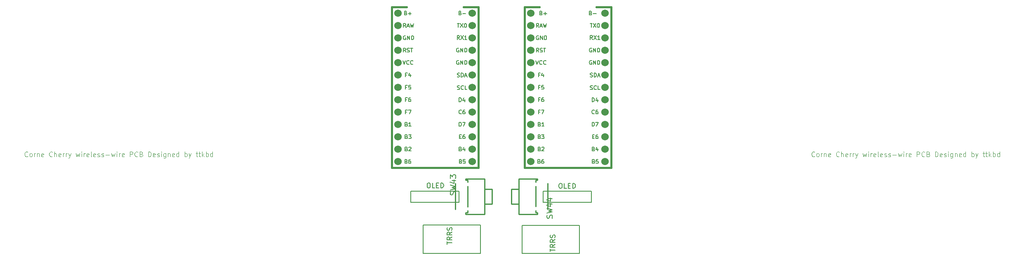
<source format=gto>
G04 #@! TF.GenerationSoftware,KiCad,Pcbnew,7.0.7*
G04 #@! TF.CreationDate,2024-01-09T11:53:46+08:00*
G04 #@! TF.ProjectId,corne-cherry,636f726e-652d-4636-9865-7272792e6b69,3.0.1*
G04 #@! TF.SameCoordinates,Original*
G04 #@! TF.FileFunction,Legend,Top*
G04 #@! TF.FilePolarity,Positive*
%FSLAX46Y46*%
G04 Gerber Fmt 4.6, Leading zero omitted, Abs format (unit mm)*
G04 Created by KiCad (PCBNEW 7.0.7) date 2024-01-09 11:53:46*
%MOMM*%
%LPD*%
G01*
G04 APERTURE LIST*
%ADD10C,0.125000*%
%ADD11C,0.150000*%
%ADD12C,0.152000*%
%ADD13C,0.254000*%
%ADD14C,0.381000*%
%ADD15C,1.524000*%
G04 APERTURE END LIST*
D10*
X51174259Y-58690880D02*
X51126640Y-58738500D01*
X51126640Y-58738500D02*
X50983783Y-58786119D01*
X50983783Y-58786119D02*
X50888545Y-58786119D01*
X50888545Y-58786119D02*
X50745688Y-58738500D01*
X50745688Y-58738500D02*
X50650450Y-58643261D01*
X50650450Y-58643261D02*
X50602831Y-58548023D01*
X50602831Y-58548023D02*
X50555212Y-58357547D01*
X50555212Y-58357547D02*
X50555212Y-58214690D01*
X50555212Y-58214690D02*
X50602831Y-58024214D01*
X50602831Y-58024214D02*
X50650450Y-57928976D01*
X50650450Y-57928976D02*
X50745688Y-57833738D01*
X50745688Y-57833738D02*
X50888545Y-57786119D01*
X50888545Y-57786119D02*
X50983783Y-57786119D01*
X50983783Y-57786119D02*
X51126640Y-57833738D01*
X51126640Y-57833738D02*
X51174259Y-57881357D01*
X51745688Y-58786119D02*
X51650450Y-58738500D01*
X51650450Y-58738500D02*
X51602831Y-58690880D01*
X51602831Y-58690880D02*
X51555212Y-58595642D01*
X51555212Y-58595642D02*
X51555212Y-58309928D01*
X51555212Y-58309928D02*
X51602831Y-58214690D01*
X51602831Y-58214690D02*
X51650450Y-58167071D01*
X51650450Y-58167071D02*
X51745688Y-58119452D01*
X51745688Y-58119452D02*
X51888545Y-58119452D01*
X51888545Y-58119452D02*
X51983783Y-58167071D01*
X51983783Y-58167071D02*
X52031402Y-58214690D01*
X52031402Y-58214690D02*
X52079021Y-58309928D01*
X52079021Y-58309928D02*
X52079021Y-58595642D01*
X52079021Y-58595642D02*
X52031402Y-58690880D01*
X52031402Y-58690880D02*
X51983783Y-58738500D01*
X51983783Y-58738500D02*
X51888545Y-58786119D01*
X51888545Y-58786119D02*
X51745688Y-58786119D01*
X52507593Y-58786119D02*
X52507593Y-58119452D01*
X52507593Y-58309928D02*
X52555212Y-58214690D01*
X52555212Y-58214690D02*
X52602831Y-58167071D01*
X52602831Y-58167071D02*
X52698069Y-58119452D01*
X52698069Y-58119452D02*
X52793307Y-58119452D01*
X53126641Y-58119452D02*
X53126641Y-58786119D01*
X53126641Y-58214690D02*
X53174260Y-58167071D01*
X53174260Y-58167071D02*
X53269498Y-58119452D01*
X53269498Y-58119452D02*
X53412355Y-58119452D01*
X53412355Y-58119452D02*
X53507593Y-58167071D01*
X53507593Y-58167071D02*
X53555212Y-58262309D01*
X53555212Y-58262309D02*
X53555212Y-58786119D01*
X54412355Y-58738500D02*
X54317117Y-58786119D01*
X54317117Y-58786119D02*
X54126641Y-58786119D01*
X54126641Y-58786119D02*
X54031403Y-58738500D01*
X54031403Y-58738500D02*
X53983784Y-58643261D01*
X53983784Y-58643261D02*
X53983784Y-58262309D01*
X53983784Y-58262309D02*
X54031403Y-58167071D01*
X54031403Y-58167071D02*
X54126641Y-58119452D01*
X54126641Y-58119452D02*
X54317117Y-58119452D01*
X54317117Y-58119452D02*
X54412355Y-58167071D01*
X54412355Y-58167071D02*
X54459974Y-58262309D01*
X54459974Y-58262309D02*
X54459974Y-58357547D01*
X54459974Y-58357547D02*
X53983784Y-58452785D01*
X56221879Y-58690880D02*
X56174260Y-58738500D01*
X56174260Y-58738500D02*
X56031403Y-58786119D01*
X56031403Y-58786119D02*
X55936165Y-58786119D01*
X55936165Y-58786119D02*
X55793308Y-58738500D01*
X55793308Y-58738500D02*
X55698070Y-58643261D01*
X55698070Y-58643261D02*
X55650451Y-58548023D01*
X55650451Y-58548023D02*
X55602832Y-58357547D01*
X55602832Y-58357547D02*
X55602832Y-58214690D01*
X55602832Y-58214690D02*
X55650451Y-58024214D01*
X55650451Y-58024214D02*
X55698070Y-57928976D01*
X55698070Y-57928976D02*
X55793308Y-57833738D01*
X55793308Y-57833738D02*
X55936165Y-57786119D01*
X55936165Y-57786119D02*
X56031403Y-57786119D01*
X56031403Y-57786119D02*
X56174260Y-57833738D01*
X56174260Y-57833738D02*
X56221879Y-57881357D01*
X56650451Y-58786119D02*
X56650451Y-57786119D01*
X57079022Y-58786119D02*
X57079022Y-58262309D01*
X57079022Y-58262309D02*
X57031403Y-58167071D01*
X57031403Y-58167071D02*
X56936165Y-58119452D01*
X56936165Y-58119452D02*
X56793308Y-58119452D01*
X56793308Y-58119452D02*
X56698070Y-58167071D01*
X56698070Y-58167071D02*
X56650451Y-58214690D01*
X57936165Y-58738500D02*
X57840927Y-58786119D01*
X57840927Y-58786119D02*
X57650451Y-58786119D01*
X57650451Y-58786119D02*
X57555213Y-58738500D01*
X57555213Y-58738500D02*
X57507594Y-58643261D01*
X57507594Y-58643261D02*
X57507594Y-58262309D01*
X57507594Y-58262309D02*
X57555213Y-58167071D01*
X57555213Y-58167071D02*
X57650451Y-58119452D01*
X57650451Y-58119452D02*
X57840927Y-58119452D01*
X57840927Y-58119452D02*
X57936165Y-58167071D01*
X57936165Y-58167071D02*
X57983784Y-58262309D01*
X57983784Y-58262309D02*
X57983784Y-58357547D01*
X57983784Y-58357547D02*
X57507594Y-58452785D01*
X58412356Y-58786119D02*
X58412356Y-58119452D01*
X58412356Y-58309928D02*
X58459975Y-58214690D01*
X58459975Y-58214690D02*
X58507594Y-58167071D01*
X58507594Y-58167071D02*
X58602832Y-58119452D01*
X58602832Y-58119452D02*
X58698070Y-58119452D01*
X59031404Y-58786119D02*
X59031404Y-58119452D01*
X59031404Y-58309928D02*
X59079023Y-58214690D01*
X59079023Y-58214690D02*
X59126642Y-58167071D01*
X59126642Y-58167071D02*
X59221880Y-58119452D01*
X59221880Y-58119452D02*
X59317118Y-58119452D01*
X59555214Y-58119452D02*
X59793309Y-58786119D01*
X60031404Y-58119452D02*
X59793309Y-58786119D01*
X59793309Y-58786119D02*
X59698071Y-59024214D01*
X59698071Y-59024214D02*
X59650452Y-59071833D01*
X59650452Y-59071833D02*
X59555214Y-59119452D01*
X61079024Y-58119452D02*
X61269500Y-58786119D01*
X61269500Y-58786119D02*
X61459976Y-58309928D01*
X61459976Y-58309928D02*
X61650452Y-58786119D01*
X61650452Y-58786119D02*
X61840928Y-58119452D01*
X62221881Y-58786119D02*
X62221881Y-58119452D01*
X62221881Y-57786119D02*
X62174262Y-57833738D01*
X62174262Y-57833738D02*
X62221881Y-57881357D01*
X62221881Y-57881357D02*
X62269500Y-57833738D01*
X62269500Y-57833738D02*
X62221881Y-57786119D01*
X62221881Y-57786119D02*
X62221881Y-57881357D01*
X62698071Y-58786119D02*
X62698071Y-58119452D01*
X62698071Y-58309928D02*
X62745690Y-58214690D01*
X62745690Y-58214690D02*
X62793309Y-58167071D01*
X62793309Y-58167071D02*
X62888547Y-58119452D01*
X62888547Y-58119452D02*
X62983785Y-58119452D01*
X63698071Y-58738500D02*
X63602833Y-58786119D01*
X63602833Y-58786119D02*
X63412357Y-58786119D01*
X63412357Y-58786119D02*
X63317119Y-58738500D01*
X63317119Y-58738500D02*
X63269500Y-58643261D01*
X63269500Y-58643261D02*
X63269500Y-58262309D01*
X63269500Y-58262309D02*
X63317119Y-58167071D01*
X63317119Y-58167071D02*
X63412357Y-58119452D01*
X63412357Y-58119452D02*
X63602833Y-58119452D01*
X63602833Y-58119452D02*
X63698071Y-58167071D01*
X63698071Y-58167071D02*
X63745690Y-58262309D01*
X63745690Y-58262309D02*
X63745690Y-58357547D01*
X63745690Y-58357547D02*
X63269500Y-58452785D01*
X64317119Y-58786119D02*
X64221881Y-58738500D01*
X64221881Y-58738500D02*
X64174262Y-58643261D01*
X64174262Y-58643261D02*
X64174262Y-57786119D01*
X65079024Y-58738500D02*
X64983786Y-58786119D01*
X64983786Y-58786119D02*
X64793310Y-58786119D01*
X64793310Y-58786119D02*
X64698072Y-58738500D01*
X64698072Y-58738500D02*
X64650453Y-58643261D01*
X64650453Y-58643261D02*
X64650453Y-58262309D01*
X64650453Y-58262309D02*
X64698072Y-58167071D01*
X64698072Y-58167071D02*
X64793310Y-58119452D01*
X64793310Y-58119452D02*
X64983786Y-58119452D01*
X64983786Y-58119452D02*
X65079024Y-58167071D01*
X65079024Y-58167071D02*
X65126643Y-58262309D01*
X65126643Y-58262309D02*
X65126643Y-58357547D01*
X65126643Y-58357547D02*
X64650453Y-58452785D01*
X65507596Y-58738500D02*
X65602834Y-58786119D01*
X65602834Y-58786119D02*
X65793310Y-58786119D01*
X65793310Y-58786119D02*
X65888548Y-58738500D01*
X65888548Y-58738500D02*
X65936167Y-58643261D01*
X65936167Y-58643261D02*
X65936167Y-58595642D01*
X65936167Y-58595642D02*
X65888548Y-58500404D01*
X65888548Y-58500404D02*
X65793310Y-58452785D01*
X65793310Y-58452785D02*
X65650453Y-58452785D01*
X65650453Y-58452785D02*
X65555215Y-58405166D01*
X65555215Y-58405166D02*
X65507596Y-58309928D01*
X65507596Y-58309928D02*
X65507596Y-58262309D01*
X65507596Y-58262309D02*
X65555215Y-58167071D01*
X65555215Y-58167071D02*
X65650453Y-58119452D01*
X65650453Y-58119452D02*
X65793310Y-58119452D01*
X65793310Y-58119452D02*
X65888548Y-58167071D01*
X66317120Y-58738500D02*
X66412358Y-58786119D01*
X66412358Y-58786119D02*
X66602834Y-58786119D01*
X66602834Y-58786119D02*
X66698072Y-58738500D01*
X66698072Y-58738500D02*
X66745691Y-58643261D01*
X66745691Y-58643261D02*
X66745691Y-58595642D01*
X66745691Y-58595642D02*
X66698072Y-58500404D01*
X66698072Y-58500404D02*
X66602834Y-58452785D01*
X66602834Y-58452785D02*
X66459977Y-58452785D01*
X66459977Y-58452785D02*
X66364739Y-58405166D01*
X66364739Y-58405166D02*
X66317120Y-58309928D01*
X66317120Y-58309928D02*
X66317120Y-58262309D01*
X66317120Y-58262309D02*
X66364739Y-58167071D01*
X66364739Y-58167071D02*
X66459977Y-58119452D01*
X66459977Y-58119452D02*
X66602834Y-58119452D01*
X66602834Y-58119452D02*
X66698072Y-58167071D01*
X67174263Y-58405166D02*
X67936168Y-58405166D01*
X68317120Y-58119452D02*
X68507596Y-58786119D01*
X68507596Y-58786119D02*
X68698072Y-58309928D01*
X68698072Y-58309928D02*
X68888548Y-58786119D01*
X68888548Y-58786119D02*
X69079024Y-58119452D01*
X69459977Y-58786119D02*
X69459977Y-58119452D01*
X69459977Y-57786119D02*
X69412358Y-57833738D01*
X69412358Y-57833738D02*
X69459977Y-57881357D01*
X69459977Y-57881357D02*
X69507596Y-57833738D01*
X69507596Y-57833738D02*
X69459977Y-57786119D01*
X69459977Y-57786119D02*
X69459977Y-57881357D01*
X69936167Y-58786119D02*
X69936167Y-58119452D01*
X69936167Y-58309928D02*
X69983786Y-58214690D01*
X69983786Y-58214690D02*
X70031405Y-58167071D01*
X70031405Y-58167071D02*
X70126643Y-58119452D01*
X70126643Y-58119452D02*
X70221881Y-58119452D01*
X70936167Y-58738500D02*
X70840929Y-58786119D01*
X70840929Y-58786119D02*
X70650453Y-58786119D01*
X70650453Y-58786119D02*
X70555215Y-58738500D01*
X70555215Y-58738500D02*
X70507596Y-58643261D01*
X70507596Y-58643261D02*
X70507596Y-58262309D01*
X70507596Y-58262309D02*
X70555215Y-58167071D01*
X70555215Y-58167071D02*
X70650453Y-58119452D01*
X70650453Y-58119452D02*
X70840929Y-58119452D01*
X70840929Y-58119452D02*
X70936167Y-58167071D01*
X70936167Y-58167071D02*
X70983786Y-58262309D01*
X70983786Y-58262309D02*
X70983786Y-58357547D01*
X70983786Y-58357547D02*
X70507596Y-58452785D01*
X72174263Y-58786119D02*
X72174263Y-57786119D01*
X72174263Y-57786119D02*
X72555215Y-57786119D01*
X72555215Y-57786119D02*
X72650453Y-57833738D01*
X72650453Y-57833738D02*
X72698072Y-57881357D01*
X72698072Y-57881357D02*
X72745691Y-57976595D01*
X72745691Y-57976595D02*
X72745691Y-58119452D01*
X72745691Y-58119452D02*
X72698072Y-58214690D01*
X72698072Y-58214690D02*
X72650453Y-58262309D01*
X72650453Y-58262309D02*
X72555215Y-58309928D01*
X72555215Y-58309928D02*
X72174263Y-58309928D01*
X73745691Y-58690880D02*
X73698072Y-58738500D01*
X73698072Y-58738500D02*
X73555215Y-58786119D01*
X73555215Y-58786119D02*
X73459977Y-58786119D01*
X73459977Y-58786119D02*
X73317120Y-58738500D01*
X73317120Y-58738500D02*
X73221882Y-58643261D01*
X73221882Y-58643261D02*
X73174263Y-58548023D01*
X73174263Y-58548023D02*
X73126644Y-58357547D01*
X73126644Y-58357547D02*
X73126644Y-58214690D01*
X73126644Y-58214690D02*
X73174263Y-58024214D01*
X73174263Y-58024214D02*
X73221882Y-57928976D01*
X73221882Y-57928976D02*
X73317120Y-57833738D01*
X73317120Y-57833738D02*
X73459977Y-57786119D01*
X73459977Y-57786119D02*
X73555215Y-57786119D01*
X73555215Y-57786119D02*
X73698072Y-57833738D01*
X73698072Y-57833738D02*
X73745691Y-57881357D01*
X74507596Y-58262309D02*
X74650453Y-58309928D01*
X74650453Y-58309928D02*
X74698072Y-58357547D01*
X74698072Y-58357547D02*
X74745691Y-58452785D01*
X74745691Y-58452785D02*
X74745691Y-58595642D01*
X74745691Y-58595642D02*
X74698072Y-58690880D01*
X74698072Y-58690880D02*
X74650453Y-58738500D01*
X74650453Y-58738500D02*
X74555215Y-58786119D01*
X74555215Y-58786119D02*
X74174263Y-58786119D01*
X74174263Y-58786119D02*
X74174263Y-57786119D01*
X74174263Y-57786119D02*
X74507596Y-57786119D01*
X74507596Y-57786119D02*
X74602834Y-57833738D01*
X74602834Y-57833738D02*
X74650453Y-57881357D01*
X74650453Y-57881357D02*
X74698072Y-57976595D01*
X74698072Y-57976595D02*
X74698072Y-58071833D01*
X74698072Y-58071833D02*
X74650453Y-58167071D01*
X74650453Y-58167071D02*
X74602834Y-58214690D01*
X74602834Y-58214690D02*
X74507596Y-58262309D01*
X74507596Y-58262309D02*
X74174263Y-58262309D01*
X75936168Y-58786119D02*
X75936168Y-57786119D01*
X75936168Y-57786119D02*
X76174263Y-57786119D01*
X76174263Y-57786119D02*
X76317120Y-57833738D01*
X76317120Y-57833738D02*
X76412358Y-57928976D01*
X76412358Y-57928976D02*
X76459977Y-58024214D01*
X76459977Y-58024214D02*
X76507596Y-58214690D01*
X76507596Y-58214690D02*
X76507596Y-58357547D01*
X76507596Y-58357547D02*
X76459977Y-58548023D01*
X76459977Y-58548023D02*
X76412358Y-58643261D01*
X76412358Y-58643261D02*
X76317120Y-58738500D01*
X76317120Y-58738500D02*
X76174263Y-58786119D01*
X76174263Y-58786119D02*
X75936168Y-58786119D01*
X77317120Y-58738500D02*
X77221882Y-58786119D01*
X77221882Y-58786119D02*
X77031406Y-58786119D01*
X77031406Y-58786119D02*
X76936168Y-58738500D01*
X76936168Y-58738500D02*
X76888549Y-58643261D01*
X76888549Y-58643261D02*
X76888549Y-58262309D01*
X76888549Y-58262309D02*
X76936168Y-58167071D01*
X76936168Y-58167071D02*
X77031406Y-58119452D01*
X77031406Y-58119452D02*
X77221882Y-58119452D01*
X77221882Y-58119452D02*
X77317120Y-58167071D01*
X77317120Y-58167071D02*
X77364739Y-58262309D01*
X77364739Y-58262309D02*
X77364739Y-58357547D01*
X77364739Y-58357547D02*
X76888549Y-58452785D01*
X77745692Y-58738500D02*
X77840930Y-58786119D01*
X77840930Y-58786119D02*
X78031406Y-58786119D01*
X78031406Y-58786119D02*
X78126644Y-58738500D01*
X78126644Y-58738500D02*
X78174263Y-58643261D01*
X78174263Y-58643261D02*
X78174263Y-58595642D01*
X78174263Y-58595642D02*
X78126644Y-58500404D01*
X78126644Y-58500404D02*
X78031406Y-58452785D01*
X78031406Y-58452785D02*
X77888549Y-58452785D01*
X77888549Y-58452785D02*
X77793311Y-58405166D01*
X77793311Y-58405166D02*
X77745692Y-58309928D01*
X77745692Y-58309928D02*
X77745692Y-58262309D01*
X77745692Y-58262309D02*
X77793311Y-58167071D01*
X77793311Y-58167071D02*
X77888549Y-58119452D01*
X77888549Y-58119452D02*
X78031406Y-58119452D01*
X78031406Y-58119452D02*
X78126644Y-58167071D01*
X78602835Y-58786119D02*
X78602835Y-58119452D01*
X78602835Y-57786119D02*
X78555216Y-57833738D01*
X78555216Y-57833738D02*
X78602835Y-57881357D01*
X78602835Y-57881357D02*
X78650454Y-57833738D01*
X78650454Y-57833738D02*
X78602835Y-57786119D01*
X78602835Y-57786119D02*
X78602835Y-57881357D01*
X79507596Y-58119452D02*
X79507596Y-58928976D01*
X79507596Y-58928976D02*
X79459977Y-59024214D01*
X79459977Y-59024214D02*
X79412358Y-59071833D01*
X79412358Y-59071833D02*
X79317120Y-59119452D01*
X79317120Y-59119452D02*
X79174263Y-59119452D01*
X79174263Y-59119452D02*
X79079025Y-59071833D01*
X79507596Y-58738500D02*
X79412358Y-58786119D01*
X79412358Y-58786119D02*
X79221882Y-58786119D01*
X79221882Y-58786119D02*
X79126644Y-58738500D01*
X79126644Y-58738500D02*
X79079025Y-58690880D01*
X79079025Y-58690880D02*
X79031406Y-58595642D01*
X79031406Y-58595642D02*
X79031406Y-58309928D01*
X79031406Y-58309928D02*
X79079025Y-58214690D01*
X79079025Y-58214690D02*
X79126644Y-58167071D01*
X79126644Y-58167071D02*
X79221882Y-58119452D01*
X79221882Y-58119452D02*
X79412358Y-58119452D01*
X79412358Y-58119452D02*
X79507596Y-58167071D01*
X79983787Y-58119452D02*
X79983787Y-58786119D01*
X79983787Y-58214690D02*
X80031406Y-58167071D01*
X80031406Y-58167071D02*
X80126644Y-58119452D01*
X80126644Y-58119452D02*
X80269501Y-58119452D01*
X80269501Y-58119452D02*
X80364739Y-58167071D01*
X80364739Y-58167071D02*
X80412358Y-58262309D01*
X80412358Y-58262309D02*
X80412358Y-58786119D01*
X81269501Y-58738500D02*
X81174263Y-58786119D01*
X81174263Y-58786119D02*
X80983787Y-58786119D01*
X80983787Y-58786119D02*
X80888549Y-58738500D01*
X80888549Y-58738500D02*
X80840930Y-58643261D01*
X80840930Y-58643261D02*
X80840930Y-58262309D01*
X80840930Y-58262309D02*
X80888549Y-58167071D01*
X80888549Y-58167071D02*
X80983787Y-58119452D01*
X80983787Y-58119452D02*
X81174263Y-58119452D01*
X81174263Y-58119452D02*
X81269501Y-58167071D01*
X81269501Y-58167071D02*
X81317120Y-58262309D01*
X81317120Y-58262309D02*
X81317120Y-58357547D01*
X81317120Y-58357547D02*
X80840930Y-58452785D01*
X82174263Y-58786119D02*
X82174263Y-57786119D01*
X82174263Y-58738500D02*
X82079025Y-58786119D01*
X82079025Y-58786119D02*
X81888549Y-58786119D01*
X81888549Y-58786119D02*
X81793311Y-58738500D01*
X81793311Y-58738500D02*
X81745692Y-58690880D01*
X81745692Y-58690880D02*
X81698073Y-58595642D01*
X81698073Y-58595642D02*
X81698073Y-58309928D01*
X81698073Y-58309928D02*
X81745692Y-58214690D01*
X81745692Y-58214690D02*
X81793311Y-58167071D01*
X81793311Y-58167071D02*
X81888549Y-58119452D01*
X81888549Y-58119452D02*
X82079025Y-58119452D01*
X82079025Y-58119452D02*
X82174263Y-58167071D01*
X83412359Y-58786119D02*
X83412359Y-57786119D01*
X83412359Y-58167071D02*
X83507597Y-58119452D01*
X83507597Y-58119452D02*
X83698073Y-58119452D01*
X83698073Y-58119452D02*
X83793311Y-58167071D01*
X83793311Y-58167071D02*
X83840930Y-58214690D01*
X83840930Y-58214690D02*
X83888549Y-58309928D01*
X83888549Y-58309928D02*
X83888549Y-58595642D01*
X83888549Y-58595642D02*
X83840930Y-58690880D01*
X83840930Y-58690880D02*
X83793311Y-58738500D01*
X83793311Y-58738500D02*
X83698073Y-58786119D01*
X83698073Y-58786119D02*
X83507597Y-58786119D01*
X83507597Y-58786119D02*
X83412359Y-58738500D01*
X84221883Y-58119452D02*
X84459978Y-58786119D01*
X84698073Y-58119452D02*
X84459978Y-58786119D01*
X84459978Y-58786119D02*
X84364740Y-59024214D01*
X84364740Y-59024214D02*
X84317121Y-59071833D01*
X84317121Y-59071833D02*
X84221883Y-59119452D01*
X85698074Y-58119452D02*
X86079026Y-58119452D01*
X85840931Y-57786119D02*
X85840931Y-58643261D01*
X85840931Y-58643261D02*
X85888550Y-58738500D01*
X85888550Y-58738500D02*
X85983788Y-58786119D01*
X85983788Y-58786119D02*
X86079026Y-58786119D01*
X86269503Y-58119452D02*
X86650455Y-58119452D01*
X86412360Y-57786119D02*
X86412360Y-58643261D01*
X86412360Y-58643261D02*
X86459979Y-58738500D01*
X86459979Y-58738500D02*
X86555217Y-58786119D01*
X86555217Y-58786119D02*
X86650455Y-58786119D01*
X86983789Y-58786119D02*
X86983789Y-57786119D01*
X87079027Y-58405166D02*
X87364741Y-58786119D01*
X87364741Y-58119452D02*
X86983789Y-58500404D01*
X87793313Y-58786119D02*
X87793313Y-57786119D01*
X87793313Y-58167071D02*
X87888551Y-58119452D01*
X87888551Y-58119452D02*
X88079027Y-58119452D01*
X88079027Y-58119452D02*
X88174265Y-58167071D01*
X88174265Y-58167071D02*
X88221884Y-58214690D01*
X88221884Y-58214690D02*
X88269503Y-58309928D01*
X88269503Y-58309928D02*
X88269503Y-58595642D01*
X88269503Y-58595642D02*
X88221884Y-58690880D01*
X88221884Y-58690880D02*
X88174265Y-58738500D01*
X88174265Y-58738500D02*
X88079027Y-58786119D01*
X88079027Y-58786119D02*
X87888551Y-58786119D01*
X87888551Y-58786119D02*
X87793313Y-58738500D01*
X89126646Y-58786119D02*
X89126646Y-57786119D01*
X89126646Y-58738500D02*
X89031408Y-58786119D01*
X89031408Y-58786119D02*
X88840932Y-58786119D01*
X88840932Y-58786119D02*
X88745694Y-58738500D01*
X88745694Y-58738500D02*
X88698075Y-58690880D01*
X88698075Y-58690880D02*
X88650456Y-58595642D01*
X88650456Y-58595642D02*
X88650456Y-58309928D01*
X88650456Y-58309928D02*
X88698075Y-58214690D01*
X88698075Y-58214690D02*
X88745694Y-58167071D01*
X88745694Y-58167071D02*
X88840932Y-58119452D01*
X88840932Y-58119452D02*
X89031408Y-58119452D01*
X89031408Y-58119452D02*
X89126646Y-58167071D01*
X212724259Y-58690880D02*
X212676640Y-58738500D01*
X212676640Y-58738500D02*
X212533783Y-58786119D01*
X212533783Y-58786119D02*
X212438545Y-58786119D01*
X212438545Y-58786119D02*
X212295688Y-58738500D01*
X212295688Y-58738500D02*
X212200450Y-58643261D01*
X212200450Y-58643261D02*
X212152831Y-58548023D01*
X212152831Y-58548023D02*
X212105212Y-58357547D01*
X212105212Y-58357547D02*
X212105212Y-58214690D01*
X212105212Y-58214690D02*
X212152831Y-58024214D01*
X212152831Y-58024214D02*
X212200450Y-57928976D01*
X212200450Y-57928976D02*
X212295688Y-57833738D01*
X212295688Y-57833738D02*
X212438545Y-57786119D01*
X212438545Y-57786119D02*
X212533783Y-57786119D01*
X212533783Y-57786119D02*
X212676640Y-57833738D01*
X212676640Y-57833738D02*
X212724259Y-57881357D01*
X213295688Y-58786119D02*
X213200450Y-58738500D01*
X213200450Y-58738500D02*
X213152831Y-58690880D01*
X213152831Y-58690880D02*
X213105212Y-58595642D01*
X213105212Y-58595642D02*
X213105212Y-58309928D01*
X213105212Y-58309928D02*
X213152831Y-58214690D01*
X213152831Y-58214690D02*
X213200450Y-58167071D01*
X213200450Y-58167071D02*
X213295688Y-58119452D01*
X213295688Y-58119452D02*
X213438545Y-58119452D01*
X213438545Y-58119452D02*
X213533783Y-58167071D01*
X213533783Y-58167071D02*
X213581402Y-58214690D01*
X213581402Y-58214690D02*
X213629021Y-58309928D01*
X213629021Y-58309928D02*
X213629021Y-58595642D01*
X213629021Y-58595642D02*
X213581402Y-58690880D01*
X213581402Y-58690880D02*
X213533783Y-58738500D01*
X213533783Y-58738500D02*
X213438545Y-58786119D01*
X213438545Y-58786119D02*
X213295688Y-58786119D01*
X214057593Y-58786119D02*
X214057593Y-58119452D01*
X214057593Y-58309928D02*
X214105212Y-58214690D01*
X214105212Y-58214690D02*
X214152831Y-58167071D01*
X214152831Y-58167071D02*
X214248069Y-58119452D01*
X214248069Y-58119452D02*
X214343307Y-58119452D01*
X214676641Y-58119452D02*
X214676641Y-58786119D01*
X214676641Y-58214690D02*
X214724260Y-58167071D01*
X214724260Y-58167071D02*
X214819498Y-58119452D01*
X214819498Y-58119452D02*
X214962355Y-58119452D01*
X214962355Y-58119452D02*
X215057593Y-58167071D01*
X215057593Y-58167071D02*
X215105212Y-58262309D01*
X215105212Y-58262309D02*
X215105212Y-58786119D01*
X215962355Y-58738500D02*
X215867117Y-58786119D01*
X215867117Y-58786119D02*
X215676641Y-58786119D01*
X215676641Y-58786119D02*
X215581403Y-58738500D01*
X215581403Y-58738500D02*
X215533784Y-58643261D01*
X215533784Y-58643261D02*
X215533784Y-58262309D01*
X215533784Y-58262309D02*
X215581403Y-58167071D01*
X215581403Y-58167071D02*
X215676641Y-58119452D01*
X215676641Y-58119452D02*
X215867117Y-58119452D01*
X215867117Y-58119452D02*
X215962355Y-58167071D01*
X215962355Y-58167071D02*
X216009974Y-58262309D01*
X216009974Y-58262309D02*
X216009974Y-58357547D01*
X216009974Y-58357547D02*
X215533784Y-58452785D01*
X217771879Y-58690880D02*
X217724260Y-58738500D01*
X217724260Y-58738500D02*
X217581403Y-58786119D01*
X217581403Y-58786119D02*
X217486165Y-58786119D01*
X217486165Y-58786119D02*
X217343308Y-58738500D01*
X217343308Y-58738500D02*
X217248070Y-58643261D01*
X217248070Y-58643261D02*
X217200451Y-58548023D01*
X217200451Y-58548023D02*
X217152832Y-58357547D01*
X217152832Y-58357547D02*
X217152832Y-58214690D01*
X217152832Y-58214690D02*
X217200451Y-58024214D01*
X217200451Y-58024214D02*
X217248070Y-57928976D01*
X217248070Y-57928976D02*
X217343308Y-57833738D01*
X217343308Y-57833738D02*
X217486165Y-57786119D01*
X217486165Y-57786119D02*
X217581403Y-57786119D01*
X217581403Y-57786119D02*
X217724260Y-57833738D01*
X217724260Y-57833738D02*
X217771879Y-57881357D01*
X218200451Y-58786119D02*
X218200451Y-57786119D01*
X218629022Y-58786119D02*
X218629022Y-58262309D01*
X218629022Y-58262309D02*
X218581403Y-58167071D01*
X218581403Y-58167071D02*
X218486165Y-58119452D01*
X218486165Y-58119452D02*
X218343308Y-58119452D01*
X218343308Y-58119452D02*
X218248070Y-58167071D01*
X218248070Y-58167071D02*
X218200451Y-58214690D01*
X219486165Y-58738500D02*
X219390927Y-58786119D01*
X219390927Y-58786119D02*
X219200451Y-58786119D01*
X219200451Y-58786119D02*
X219105213Y-58738500D01*
X219105213Y-58738500D02*
X219057594Y-58643261D01*
X219057594Y-58643261D02*
X219057594Y-58262309D01*
X219057594Y-58262309D02*
X219105213Y-58167071D01*
X219105213Y-58167071D02*
X219200451Y-58119452D01*
X219200451Y-58119452D02*
X219390927Y-58119452D01*
X219390927Y-58119452D02*
X219486165Y-58167071D01*
X219486165Y-58167071D02*
X219533784Y-58262309D01*
X219533784Y-58262309D02*
X219533784Y-58357547D01*
X219533784Y-58357547D02*
X219057594Y-58452785D01*
X219962356Y-58786119D02*
X219962356Y-58119452D01*
X219962356Y-58309928D02*
X220009975Y-58214690D01*
X220009975Y-58214690D02*
X220057594Y-58167071D01*
X220057594Y-58167071D02*
X220152832Y-58119452D01*
X220152832Y-58119452D02*
X220248070Y-58119452D01*
X220581404Y-58786119D02*
X220581404Y-58119452D01*
X220581404Y-58309928D02*
X220629023Y-58214690D01*
X220629023Y-58214690D02*
X220676642Y-58167071D01*
X220676642Y-58167071D02*
X220771880Y-58119452D01*
X220771880Y-58119452D02*
X220867118Y-58119452D01*
X221105214Y-58119452D02*
X221343309Y-58786119D01*
X221581404Y-58119452D02*
X221343309Y-58786119D01*
X221343309Y-58786119D02*
X221248071Y-59024214D01*
X221248071Y-59024214D02*
X221200452Y-59071833D01*
X221200452Y-59071833D02*
X221105214Y-59119452D01*
X222629024Y-58119452D02*
X222819500Y-58786119D01*
X222819500Y-58786119D02*
X223009976Y-58309928D01*
X223009976Y-58309928D02*
X223200452Y-58786119D01*
X223200452Y-58786119D02*
X223390928Y-58119452D01*
X223771881Y-58786119D02*
X223771881Y-58119452D01*
X223771881Y-57786119D02*
X223724262Y-57833738D01*
X223724262Y-57833738D02*
X223771881Y-57881357D01*
X223771881Y-57881357D02*
X223819500Y-57833738D01*
X223819500Y-57833738D02*
X223771881Y-57786119D01*
X223771881Y-57786119D02*
X223771881Y-57881357D01*
X224248071Y-58786119D02*
X224248071Y-58119452D01*
X224248071Y-58309928D02*
X224295690Y-58214690D01*
X224295690Y-58214690D02*
X224343309Y-58167071D01*
X224343309Y-58167071D02*
X224438547Y-58119452D01*
X224438547Y-58119452D02*
X224533785Y-58119452D01*
X225248071Y-58738500D02*
X225152833Y-58786119D01*
X225152833Y-58786119D02*
X224962357Y-58786119D01*
X224962357Y-58786119D02*
X224867119Y-58738500D01*
X224867119Y-58738500D02*
X224819500Y-58643261D01*
X224819500Y-58643261D02*
X224819500Y-58262309D01*
X224819500Y-58262309D02*
X224867119Y-58167071D01*
X224867119Y-58167071D02*
X224962357Y-58119452D01*
X224962357Y-58119452D02*
X225152833Y-58119452D01*
X225152833Y-58119452D02*
X225248071Y-58167071D01*
X225248071Y-58167071D02*
X225295690Y-58262309D01*
X225295690Y-58262309D02*
X225295690Y-58357547D01*
X225295690Y-58357547D02*
X224819500Y-58452785D01*
X225867119Y-58786119D02*
X225771881Y-58738500D01*
X225771881Y-58738500D02*
X225724262Y-58643261D01*
X225724262Y-58643261D02*
X225724262Y-57786119D01*
X226629024Y-58738500D02*
X226533786Y-58786119D01*
X226533786Y-58786119D02*
X226343310Y-58786119D01*
X226343310Y-58786119D02*
X226248072Y-58738500D01*
X226248072Y-58738500D02*
X226200453Y-58643261D01*
X226200453Y-58643261D02*
X226200453Y-58262309D01*
X226200453Y-58262309D02*
X226248072Y-58167071D01*
X226248072Y-58167071D02*
X226343310Y-58119452D01*
X226343310Y-58119452D02*
X226533786Y-58119452D01*
X226533786Y-58119452D02*
X226629024Y-58167071D01*
X226629024Y-58167071D02*
X226676643Y-58262309D01*
X226676643Y-58262309D02*
X226676643Y-58357547D01*
X226676643Y-58357547D02*
X226200453Y-58452785D01*
X227057596Y-58738500D02*
X227152834Y-58786119D01*
X227152834Y-58786119D02*
X227343310Y-58786119D01*
X227343310Y-58786119D02*
X227438548Y-58738500D01*
X227438548Y-58738500D02*
X227486167Y-58643261D01*
X227486167Y-58643261D02*
X227486167Y-58595642D01*
X227486167Y-58595642D02*
X227438548Y-58500404D01*
X227438548Y-58500404D02*
X227343310Y-58452785D01*
X227343310Y-58452785D02*
X227200453Y-58452785D01*
X227200453Y-58452785D02*
X227105215Y-58405166D01*
X227105215Y-58405166D02*
X227057596Y-58309928D01*
X227057596Y-58309928D02*
X227057596Y-58262309D01*
X227057596Y-58262309D02*
X227105215Y-58167071D01*
X227105215Y-58167071D02*
X227200453Y-58119452D01*
X227200453Y-58119452D02*
X227343310Y-58119452D01*
X227343310Y-58119452D02*
X227438548Y-58167071D01*
X227867120Y-58738500D02*
X227962358Y-58786119D01*
X227962358Y-58786119D02*
X228152834Y-58786119D01*
X228152834Y-58786119D02*
X228248072Y-58738500D01*
X228248072Y-58738500D02*
X228295691Y-58643261D01*
X228295691Y-58643261D02*
X228295691Y-58595642D01*
X228295691Y-58595642D02*
X228248072Y-58500404D01*
X228248072Y-58500404D02*
X228152834Y-58452785D01*
X228152834Y-58452785D02*
X228009977Y-58452785D01*
X228009977Y-58452785D02*
X227914739Y-58405166D01*
X227914739Y-58405166D02*
X227867120Y-58309928D01*
X227867120Y-58309928D02*
X227867120Y-58262309D01*
X227867120Y-58262309D02*
X227914739Y-58167071D01*
X227914739Y-58167071D02*
X228009977Y-58119452D01*
X228009977Y-58119452D02*
X228152834Y-58119452D01*
X228152834Y-58119452D02*
X228248072Y-58167071D01*
X228724263Y-58405166D02*
X229486168Y-58405166D01*
X229867120Y-58119452D02*
X230057596Y-58786119D01*
X230057596Y-58786119D02*
X230248072Y-58309928D01*
X230248072Y-58309928D02*
X230438548Y-58786119D01*
X230438548Y-58786119D02*
X230629024Y-58119452D01*
X231009977Y-58786119D02*
X231009977Y-58119452D01*
X231009977Y-57786119D02*
X230962358Y-57833738D01*
X230962358Y-57833738D02*
X231009977Y-57881357D01*
X231009977Y-57881357D02*
X231057596Y-57833738D01*
X231057596Y-57833738D02*
X231009977Y-57786119D01*
X231009977Y-57786119D02*
X231009977Y-57881357D01*
X231486167Y-58786119D02*
X231486167Y-58119452D01*
X231486167Y-58309928D02*
X231533786Y-58214690D01*
X231533786Y-58214690D02*
X231581405Y-58167071D01*
X231581405Y-58167071D02*
X231676643Y-58119452D01*
X231676643Y-58119452D02*
X231771881Y-58119452D01*
X232486167Y-58738500D02*
X232390929Y-58786119D01*
X232390929Y-58786119D02*
X232200453Y-58786119D01*
X232200453Y-58786119D02*
X232105215Y-58738500D01*
X232105215Y-58738500D02*
X232057596Y-58643261D01*
X232057596Y-58643261D02*
X232057596Y-58262309D01*
X232057596Y-58262309D02*
X232105215Y-58167071D01*
X232105215Y-58167071D02*
X232200453Y-58119452D01*
X232200453Y-58119452D02*
X232390929Y-58119452D01*
X232390929Y-58119452D02*
X232486167Y-58167071D01*
X232486167Y-58167071D02*
X232533786Y-58262309D01*
X232533786Y-58262309D02*
X232533786Y-58357547D01*
X232533786Y-58357547D02*
X232057596Y-58452785D01*
X233724263Y-58786119D02*
X233724263Y-57786119D01*
X233724263Y-57786119D02*
X234105215Y-57786119D01*
X234105215Y-57786119D02*
X234200453Y-57833738D01*
X234200453Y-57833738D02*
X234248072Y-57881357D01*
X234248072Y-57881357D02*
X234295691Y-57976595D01*
X234295691Y-57976595D02*
X234295691Y-58119452D01*
X234295691Y-58119452D02*
X234248072Y-58214690D01*
X234248072Y-58214690D02*
X234200453Y-58262309D01*
X234200453Y-58262309D02*
X234105215Y-58309928D01*
X234105215Y-58309928D02*
X233724263Y-58309928D01*
X235295691Y-58690880D02*
X235248072Y-58738500D01*
X235248072Y-58738500D02*
X235105215Y-58786119D01*
X235105215Y-58786119D02*
X235009977Y-58786119D01*
X235009977Y-58786119D02*
X234867120Y-58738500D01*
X234867120Y-58738500D02*
X234771882Y-58643261D01*
X234771882Y-58643261D02*
X234724263Y-58548023D01*
X234724263Y-58548023D02*
X234676644Y-58357547D01*
X234676644Y-58357547D02*
X234676644Y-58214690D01*
X234676644Y-58214690D02*
X234724263Y-58024214D01*
X234724263Y-58024214D02*
X234771882Y-57928976D01*
X234771882Y-57928976D02*
X234867120Y-57833738D01*
X234867120Y-57833738D02*
X235009977Y-57786119D01*
X235009977Y-57786119D02*
X235105215Y-57786119D01*
X235105215Y-57786119D02*
X235248072Y-57833738D01*
X235248072Y-57833738D02*
X235295691Y-57881357D01*
X236057596Y-58262309D02*
X236200453Y-58309928D01*
X236200453Y-58309928D02*
X236248072Y-58357547D01*
X236248072Y-58357547D02*
X236295691Y-58452785D01*
X236295691Y-58452785D02*
X236295691Y-58595642D01*
X236295691Y-58595642D02*
X236248072Y-58690880D01*
X236248072Y-58690880D02*
X236200453Y-58738500D01*
X236200453Y-58738500D02*
X236105215Y-58786119D01*
X236105215Y-58786119D02*
X235724263Y-58786119D01*
X235724263Y-58786119D02*
X235724263Y-57786119D01*
X235724263Y-57786119D02*
X236057596Y-57786119D01*
X236057596Y-57786119D02*
X236152834Y-57833738D01*
X236152834Y-57833738D02*
X236200453Y-57881357D01*
X236200453Y-57881357D02*
X236248072Y-57976595D01*
X236248072Y-57976595D02*
X236248072Y-58071833D01*
X236248072Y-58071833D02*
X236200453Y-58167071D01*
X236200453Y-58167071D02*
X236152834Y-58214690D01*
X236152834Y-58214690D02*
X236057596Y-58262309D01*
X236057596Y-58262309D02*
X235724263Y-58262309D01*
X237486168Y-58786119D02*
X237486168Y-57786119D01*
X237486168Y-57786119D02*
X237724263Y-57786119D01*
X237724263Y-57786119D02*
X237867120Y-57833738D01*
X237867120Y-57833738D02*
X237962358Y-57928976D01*
X237962358Y-57928976D02*
X238009977Y-58024214D01*
X238009977Y-58024214D02*
X238057596Y-58214690D01*
X238057596Y-58214690D02*
X238057596Y-58357547D01*
X238057596Y-58357547D02*
X238009977Y-58548023D01*
X238009977Y-58548023D02*
X237962358Y-58643261D01*
X237962358Y-58643261D02*
X237867120Y-58738500D01*
X237867120Y-58738500D02*
X237724263Y-58786119D01*
X237724263Y-58786119D02*
X237486168Y-58786119D01*
X238867120Y-58738500D02*
X238771882Y-58786119D01*
X238771882Y-58786119D02*
X238581406Y-58786119D01*
X238581406Y-58786119D02*
X238486168Y-58738500D01*
X238486168Y-58738500D02*
X238438549Y-58643261D01*
X238438549Y-58643261D02*
X238438549Y-58262309D01*
X238438549Y-58262309D02*
X238486168Y-58167071D01*
X238486168Y-58167071D02*
X238581406Y-58119452D01*
X238581406Y-58119452D02*
X238771882Y-58119452D01*
X238771882Y-58119452D02*
X238867120Y-58167071D01*
X238867120Y-58167071D02*
X238914739Y-58262309D01*
X238914739Y-58262309D02*
X238914739Y-58357547D01*
X238914739Y-58357547D02*
X238438549Y-58452785D01*
X239295692Y-58738500D02*
X239390930Y-58786119D01*
X239390930Y-58786119D02*
X239581406Y-58786119D01*
X239581406Y-58786119D02*
X239676644Y-58738500D01*
X239676644Y-58738500D02*
X239724263Y-58643261D01*
X239724263Y-58643261D02*
X239724263Y-58595642D01*
X239724263Y-58595642D02*
X239676644Y-58500404D01*
X239676644Y-58500404D02*
X239581406Y-58452785D01*
X239581406Y-58452785D02*
X239438549Y-58452785D01*
X239438549Y-58452785D02*
X239343311Y-58405166D01*
X239343311Y-58405166D02*
X239295692Y-58309928D01*
X239295692Y-58309928D02*
X239295692Y-58262309D01*
X239295692Y-58262309D02*
X239343311Y-58167071D01*
X239343311Y-58167071D02*
X239438549Y-58119452D01*
X239438549Y-58119452D02*
X239581406Y-58119452D01*
X239581406Y-58119452D02*
X239676644Y-58167071D01*
X240152835Y-58786119D02*
X240152835Y-58119452D01*
X240152835Y-57786119D02*
X240105216Y-57833738D01*
X240105216Y-57833738D02*
X240152835Y-57881357D01*
X240152835Y-57881357D02*
X240200454Y-57833738D01*
X240200454Y-57833738D02*
X240152835Y-57786119D01*
X240152835Y-57786119D02*
X240152835Y-57881357D01*
X241057596Y-58119452D02*
X241057596Y-58928976D01*
X241057596Y-58928976D02*
X241009977Y-59024214D01*
X241009977Y-59024214D02*
X240962358Y-59071833D01*
X240962358Y-59071833D02*
X240867120Y-59119452D01*
X240867120Y-59119452D02*
X240724263Y-59119452D01*
X240724263Y-59119452D02*
X240629025Y-59071833D01*
X241057596Y-58738500D02*
X240962358Y-58786119D01*
X240962358Y-58786119D02*
X240771882Y-58786119D01*
X240771882Y-58786119D02*
X240676644Y-58738500D01*
X240676644Y-58738500D02*
X240629025Y-58690880D01*
X240629025Y-58690880D02*
X240581406Y-58595642D01*
X240581406Y-58595642D02*
X240581406Y-58309928D01*
X240581406Y-58309928D02*
X240629025Y-58214690D01*
X240629025Y-58214690D02*
X240676644Y-58167071D01*
X240676644Y-58167071D02*
X240771882Y-58119452D01*
X240771882Y-58119452D02*
X240962358Y-58119452D01*
X240962358Y-58119452D02*
X241057596Y-58167071D01*
X241533787Y-58119452D02*
X241533787Y-58786119D01*
X241533787Y-58214690D02*
X241581406Y-58167071D01*
X241581406Y-58167071D02*
X241676644Y-58119452D01*
X241676644Y-58119452D02*
X241819501Y-58119452D01*
X241819501Y-58119452D02*
X241914739Y-58167071D01*
X241914739Y-58167071D02*
X241962358Y-58262309D01*
X241962358Y-58262309D02*
X241962358Y-58786119D01*
X242819501Y-58738500D02*
X242724263Y-58786119D01*
X242724263Y-58786119D02*
X242533787Y-58786119D01*
X242533787Y-58786119D02*
X242438549Y-58738500D01*
X242438549Y-58738500D02*
X242390930Y-58643261D01*
X242390930Y-58643261D02*
X242390930Y-58262309D01*
X242390930Y-58262309D02*
X242438549Y-58167071D01*
X242438549Y-58167071D02*
X242533787Y-58119452D01*
X242533787Y-58119452D02*
X242724263Y-58119452D01*
X242724263Y-58119452D02*
X242819501Y-58167071D01*
X242819501Y-58167071D02*
X242867120Y-58262309D01*
X242867120Y-58262309D02*
X242867120Y-58357547D01*
X242867120Y-58357547D02*
X242390930Y-58452785D01*
X243724263Y-58786119D02*
X243724263Y-57786119D01*
X243724263Y-58738500D02*
X243629025Y-58786119D01*
X243629025Y-58786119D02*
X243438549Y-58786119D01*
X243438549Y-58786119D02*
X243343311Y-58738500D01*
X243343311Y-58738500D02*
X243295692Y-58690880D01*
X243295692Y-58690880D02*
X243248073Y-58595642D01*
X243248073Y-58595642D02*
X243248073Y-58309928D01*
X243248073Y-58309928D02*
X243295692Y-58214690D01*
X243295692Y-58214690D02*
X243343311Y-58167071D01*
X243343311Y-58167071D02*
X243438549Y-58119452D01*
X243438549Y-58119452D02*
X243629025Y-58119452D01*
X243629025Y-58119452D02*
X243724263Y-58167071D01*
X244962359Y-58786119D02*
X244962359Y-57786119D01*
X244962359Y-58167071D02*
X245057597Y-58119452D01*
X245057597Y-58119452D02*
X245248073Y-58119452D01*
X245248073Y-58119452D02*
X245343311Y-58167071D01*
X245343311Y-58167071D02*
X245390930Y-58214690D01*
X245390930Y-58214690D02*
X245438549Y-58309928D01*
X245438549Y-58309928D02*
X245438549Y-58595642D01*
X245438549Y-58595642D02*
X245390930Y-58690880D01*
X245390930Y-58690880D02*
X245343311Y-58738500D01*
X245343311Y-58738500D02*
X245248073Y-58786119D01*
X245248073Y-58786119D02*
X245057597Y-58786119D01*
X245057597Y-58786119D02*
X244962359Y-58738500D01*
X245771883Y-58119452D02*
X246009978Y-58786119D01*
X246248073Y-58119452D02*
X246009978Y-58786119D01*
X246009978Y-58786119D02*
X245914740Y-59024214D01*
X245914740Y-59024214D02*
X245867121Y-59071833D01*
X245867121Y-59071833D02*
X245771883Y-59119452D01*
X247248074Y-58119452D02*
X247629026Y-58119452D01*
X247390931Y-57786119D02*
X247390931Y-58643261D01*
X247390931Y-58643261D02*
X247438550Y-58738500D01*
X247438550Y-58738500D02*
X247533788Y-58786119D01*
X247533788Y-58786119D02*
X247629026Y-58786119D01*
X247819503Y-58119452D02*
X248200455Y-58119452D01*
X247962360Y-57786119D02*
X247962360Y-58643261D01*
X247962360Y-58643261D02*
X248009979Y-58738500D01*
X248009979Y-58738500D02*
X248105217Y-58786119D01*
X248105217Y-58786119D02*
X248200455Y-58786119D01*
X248533789Y-58786119D02*
X248533789Y-57786119D01*
X248629027Y-58405166D02*
X248914741Y-58786119D01*
X248914741Y-58119452D02*
X248533789Y-58500404D01*
X249343313Y-58786119D02*
X249343313Y-57786119D01*
X249343313Y-58167071D02*
X249438551Y-58119452D01*
X249438551Y-58119452D02*
X249629027Y-58119452D01*
X249629027Y-58119452D02*
X249724265Y-58167071D01*
X249724265Y-58167071D02*
X249771884Y-58214690D01*
X249771884Y-58214690D02*
X249819503Y-58309928D01*
X249819503Y-58309928D02*
X249819503Y-58595642D01*
X249819503Y-58595642D02*
X249771884Y-58690880D01*
X249771884Y-58690880D02*
X249724265Y-58738500D01*
X249724265Y-58738500D02*
X249629027Y-58786119D01*
X249629027Y-58786119D02*
X249438551Y-58786119D01*
X249438551Y-58786119D02*
X249343313Y-58738500D01*
X250676646Y-58786119D02*
X250676646Y-57786119D01*
X250676646Y-58738500D02*
X250581408Y-58786119D01*
X250581408Y-58786119D02*
X250390932Y-58786119D01*
X250390932Y-58786119D02*
X250295694Y-58738500D01*
X250295694Y-58738500D02*
X250248075Y-58690880D01*
X250248075Y-58690880D02*
X250200456Y-58595642D01*
X250200456Y-58595642D02*
X250200456Y-58309928D01*
X250200456Y-58309928D02*
X250248075Y-58214690D01*
X250248075Y-58214690D02*
X250295694Y-58167071D01*
X250295694Y-58167071D02*
X250390932Y-58119452D01*
X250390932Y-58119452D02*
X250581408Y-58119452D01*
X250581408Y-58119452D02*
X250676646Y-58167071D01*
D11*
X137282319Y-76781904D02*
X137282319Y-76210476D01*
X138282319Y-76496190D02*
X137282319Y-76496190D01*
X138282319Y-75305714D02*
X137806128Y-75639047D01*
X138282319Y-75877142D02*
X137282319Y-75877142D01*
X137282319Y-75877142D02*
X137282319Y-75496190D01*
X137282319Y-75496190D02*
X137329938Y-75400952D01*
X137329938Y-75400952D02*
X137377557Y-75353333D01*
X137377557Y-75353333D02*
X137472795Y-75305714D01*
X137472795Y-75305714D02*
X137615652Y-75305714D01*
X137615652Y-75305714D02*
X137710890Y-75353333D01*
X137710890Y-75353333D02*
X137758509Y-75400952D01*
X137758509Y-75400952D02*
X137806128Y-75496190D01*
X137806128Y-75496190D02*
X137806128Y-75877142D01*
X138282319Y-74305714D02*
X137806128Y-74639047D01*
X138282319Y-74877142D02*
X137282319Y-74877142D01*
X137282319Y-74877142D02*
X137282319Y-74496190D01*
X137282319Y-74496190D02*
X137329938Y-74400952D01*
X137329938Y-74400952D02*
X137377557Y-74353333D01*
X137377557Y-74353333D02*
X137472795Y-74305714D01*
X137472795Y-74305714D02*
X137615652Y-74305714D01*
X137615652Y-74305714D02*
X137710890Y-74353333D01*
X137710890Y-74353333D02*
X137758509Y-74400952D01*
X137758509Y-74400952D02*
X137806128Y-74496190D01*
X137806128Y-74496190D02*
X137806128Y-74877142D01*
X138234700Y-73924761D02*
X138282319Y-73781904D01*
X138282319Y-73781904D02*
X138282319Y-73543809D01*
X138282319Y-73543809D02*
X138234700Y-73448571D01*
X138234700Y-73448571D02*
X138187080Y-73400952D01*
X138187080Y-73400952D02*
X138091842Y-73353333D01*
X138091842Y-73353333D02*
X137996604Y-73353333D01*
X137996604Y-73353333D02*
X137901366Y-73400952D01*
X137901366Y-73400952D02*
X137853747Y-73448571D01*
X137853747Y-73448571D02*
X137806128Y-73543809D01*
X137806128Y-73543809D02*
X137758509Y-73734285D01*
X137758509Y-73734285D02*
X137710890Y-73829523D01*
X137710890Y-73829523D02*
X137663271Y-73877142D01*
X137663271Y-73877142D02*
X137568033Y-73924761D01*
X137568033Y-73924761D02*
X137472795Y-73924761D01*
X137472795Y-73924761D02*
X137377557Y-73877142D01*
X137377557Y-73877142D02*
X137329938Y-73829523D01*
X137329938Y-73829523D02*
X137282319Y-73734285D01*
X137282319Y-73734285D02*
X137282319Y-73496190D01*
X137282319Y-73496190D02*
X137329938Y-73353333D01*
X133402119Y-64198819D02*
X133592595Y-64198819D01*
X133592595Y-64198819D02*
X133687833Y-64246438D01*
X133687833Y-64246438D02*
X133783071Y-64341676D01*
X133783071Y-64341676D02*
X133830690Y-64532152D01*
X133830690Y-64532152D02*
X133830690Y-64865485D01*
X133830690Y-64865485D02*
X133783071Y-65055961D01*
X133783071Y-65055961D02*
X133687833Y-65151200D01*
X133687833Y-65151200D02*
X133592595Y-65198819D01*
X133592595Y-65198819D02*
X133402119Y-65198819D01*
X133402119Y-65198819D02*
X133306881Y-65151200D01*
X133306881Y-65151200D02*
X133211643Y-65055961D01*
X133211643Y-65055961D02*
X133164024Y-64865485D01*
X133164024Y-64865485D02*
X133164024Y-64532152D01*
X133164024Y-64532152D02*
X133211643Y-64341676D01*
X133211643Y-64341676D02*
X133306881Y-64246438D01*
X133306881Y-64246438D02*
X133402119Y-64198819D01*
X134735452Y-65198819D02*
X134259262Y-65198819D01*
X134259262Y-65198819D02*
X134259262Y-64198819D01*
X135068786Y-64675009D02*
X135402119Y-64675009D01*
X135544976Y-65198819D02*
X135068786Y-65198819D01*
X135068786Y-65198819D02*
X135068786Y-64198819D01*
X135068786Y-64198819D02*
X135544976Y-64198819D01*
X135973548Y-65198819D02*
X135973548Y-64198819D01*
X135973548Y-64198819D02*
X136211643Y-64198819D01*
X136211643Y-64198819D02*
X136354500Y-64246438D01*
X136354500Y-64246438D02*
X136449738Y-64341676D01*
X136449738Y-64341676D02*
X136497357Y-64436914D01*
X136497357Y-64436914D02*
X136544976Y-64627390D01*
X136544976Y-64627390D02*
X136544976Y-64770247D01*
X136544976Y-64770247D02*
X136497357Y-64960723D01*
X136497357Y-64960723D02*
X136449738Y-65055961D01*
X136449738Y-65055961D02*
X136354500Y-65151200D01*
X136354500Y-65151200D02*
X136211643Y-65198819D01*
X136211643Y-65198819D02*
X135973548Y-65198819D01*
X158442319Y-78291904D02*
X158442319Y-77720476D01*
X159442319Y-78006190D02*
X158442319Y-78006190D01*
X159442319Y-76815714D02*
X158966128Y-77149047D01*
X159442319Y-77387142D02*
X158442319Y-77387142D01*
X158442319Y-77387142D02*
X158442319Y-77006190D01*
X158442319Y-77006190D02*
X158489938Y-76910952D01*
X158489938Y-76910952D02*
X158537557Y-76863333D01*
X158537557Y-76863333D02*
X158632795Y-76815714D01*
X158632795Y-76815714D02*
X158775652Y-76815714D01*
X158775652Y-76815714D02*
X158870890Y-76863333D01*
X158870890Y-76863333D02*
X158918509Y-76910952D01*
X158918509Y-76910952D02*
X158966128Y-77006190D01*
X158966128Y-77006190D02*
X158966128Y-77387142D01*
X159442319Y-75815714D02*
X158966128Y-76149047D01*
X159442319Y-76387142D02*
X158442319Y-76387142D01*
X158442319Y-76387142D02*
X158442319Y-76006190D01*
X158442319Y-76006190D02*
X158489938Y-75910952D01*
X158489938Y-75910952D02*
X158537557Y-75863333D01*
X158537557Y-75863333D02*
X158632795Y-75815714D01*
X158632795Y-75815714D02*
X158775652Y-75815714D01*
X158775652Y-75815714D02*
X158870890Y-75863333D01*
X158870890Y-75863333D02*
X158918509Y-75910952D01*
X158918509Y-75910952D02*
X158966128Y-76006190D01*
X158966128Y-76006190D02*
X158966128Y-76387142D01*
X159394700Y-75434761D02*
X159442319Y-75291904D01*
X159442319Y-75291904D02*
X159442319Y-75053809D01*
X159442319Y-75053809D02*
X159394700Y-74958571D01*
X159394700Y-74958571D02*
X159347080Y-74910952D01*
X159347080Y-74910952D02*
X159251842Y-74863333D01*
X159251842Y-74863333D02*
X159156604Y-74863333D01*
X159156604Y-74863333D02*
X159061366Y-74910952D01*
X159061366Y-74910952D02*
X159013747Y-74958571D01*
X159013747Y-74958571D02*
X158966128Y-75053809D01*
X158966128Y-75053809D02*
X158918509Y-75244285D01*
X158918509Y-75244285D02*
X158870890Y-75339523D01*
X158870890Y-75339523D02*
X158823271Y-75387142D01*
X158823271Y-75387142D02*
X158728033Y-75434761D01*
X158728033Y-75434761D02*
X158632795Y-75434761D01*
X158632795Y-75434761D02*
X158537557Y-75387142D01*
X158537557Y-75387142D02*
X158489938Y-75339523D01*
X158489938Y-75339523D02*
X158442319Y-75244285D01*
X158442319Y-75244285D02*
X158442319Y-75006190D01*
X158442319Y-75006190D02*
X158489938Y-74863333D01*
X160475119Y-64284819D02*
X160665595Y-64284819D01*
X160665595Y-64284819D02*
X160760833Y-64332438D01*
X160760833Y-64332438D02*
X160856071Y-64427676D01*
X160856071Y-64427676D02*
X160903690Y-64618152D01*
X160903690Y-64618152D02*
X160903690Y-64951485D01*
X160903690Y-64951485D02*
X160856071Y-65141961D01*
X160856071Y-65141961D02*
X160760833Y-65237200D01*
X160760833Y-65237200D02*
X160665595Y-65284819D01*
X160665595Y-65284819D02*
X160475119Y-65284819D01*
X160475119Y-65284819D02*
X160379881Y-65237200D01*
X160379881Y-65237200D02*
X160284643Y-65141961D01*
X160284643Y-65141961D02*
X160237024Y-64951485D01*
X160237024Y-64951485D02*
X160237024Y-64618152D01*
X160237024Y-64618152D02*
X160284643Y-64427676D01*
X160284643Y-64427676D02*
X160379881Y-64332438D01*
X160379881Y-64332438D02*
X160475119Y-64284819D01*
X161808452Y-65284819D02*
X161332262Y-65284819D01*
X161332262Y-65284819D02*
X161332262Y-64284819D01*
X162141786Y-64761009D02*
X162475119Y-64761009D01*
X162617976Y-65284819D02*
X162141786Y-65284819D01*
X162141786Y-65284819D02*
X162141786Y-64284819D01*
X162141786Y-64284819D02*
X162617976Y-64284819D01*
X163046548Y-65284819D02*
X163046548Y-64284819D01*
X163046548Y-64284819D02*
X163284643Y-64284819D01*
X163284643Y-64284819D02*
X163427500Y-64332438D01*
X163427500Y-64332438D02*
X163522738Y-64427676D01*
X163522738Y-64427676D02*
X163570357Y-64522914D01*
X163570357Y-64522914D02*
X163617976Y-64713390D01*
X163617976Y-64713390D02*
X163617976Y-64856247D01*
X163617976Y-64856247D02*
X163570357Y-65046723D01*
X163570357Y-65046723D02*
X163522738Y-65141961D01*
X163522738Y-65141961D02*
X163427500Y-65237200D01*
X163427500Y-65237200D02*
X163284643Y-65284819D01*
X163284643Y-65284819D02*
X163046548Y-65284819D01*
D12*
X158833941Y-71434284D02*
X158888369Y-71270999D01*
X158888369Y-71270999D02*
X158888369Y-70998856D01*
X158888369Y-70998856D02*
X158833941Y-70889999D01*
X158833941Y-70889999D02*
X158779512Y-70835570D01*
X158779512Y-70835570D02*
X158670655Y-70781141D01*
X158670655Y-70781141D02*
X158561798Y-70781141D01*
X158561798Y-70781141D02*
X158452941Y-70835570D01*
X158452941Y-70835570D02*
X158398512Y-70889999D01*
X158398512Y-70889999D02*
X158344083Y-70998856D01*
X158344083Y-70998856D02*
X158289655Y-71216570D01*
X158289655Y-71216570D02*
X158235226Y-71325427D01*
X158235226Y-71325427D02*
X158180798Y-71379856D01*
X158180798Y-71379856D02*
X158071941Y-71434284D01*
X158071941Y-71434284D02*
X157963083Y-71434284D01*
X157963083Y-71434284D02*
X157854226Y-71379856D01*
X157854226Y-71379856D02*
X157799798Y-71325427D01*
X157799798Y-71325427D02*
X157745369Y-71216570D01*
X157745369Y-71216570D02*
X157745369Y-70944427D01*
X157745369Y-70944427D02*
X157799798Y-70781141D01*
X157745369Y-70400142D02*
X158888369Y-70127999D01*
X158888369Y-70127999D02*
X158071941Y-69910285D01*
X158071941Y-69910285D02*
X158888369Y-69692570D01*
X158888369Y-69692570D02*
X157745369Y-69420428D01*
X158126369Y-68495142D02*
X158888369Y-68495142D01*
X157690941Y-68767284D02*
X158507369Y-69039427D01*
X158507369Y-69039427D02*
X158507369Y-68331856D01*
X158126369Y-67406571D02*
X158888369Y-67406571D01*
X157690941Y-67678713D02*
X158507369Y-67950856D01*
X158507369Y-67950856D02*
X158507369Y-67243285D01*
D11*
X156232499Y-57213247D02*
X156346785Y-57251342D01*
X156346785Y-57251342D02*
X156384880Y-57289438D01*
X156384880Y-57289438D02*
X156422976Y-57365628D01*
X156422976Y-57365628D02*
X156422976Y-57479914D01*
X156422976Y-57479914D02*
X156384880Y-57556104D01*
X156384880Y-57556104D02*
X156346785Y-57594200D01*
X156346785Y-57594200D02*
X156270595Y-57632295D01*
X156270595Y-57632295D02*
X155965833Y-57632295D01*
X155965833Y-57632295D02*
X155965833Y-56832295D01*
X155965833Y-56832295D02*
X156232499Y-56832295D01*
X156232499Y-56832295D02*
X156308690Y-56870390D01*
X156308690Y-56870390D02*
X156346785Y-56908485D01*
X156346785Y-56908485D02*
X156384880Y-56984676D01*
X156384880Y-56984676D02*
X156384880Y-57060866D01*
X156384880Y-57060866D02*
X156346785Y-57137057D01*
X156346785Y-57137057D02*
X156308690Y-57175152D01*
X156308690Y-57175152D02*
X156232499Y-57213247D01*
X156232499Y-57213247D02*
X155965833Y-57213247D01*
X156727737Y-56908485D02*
X156765833Y-56870390D01*
X156765833Y-56870390D02*
X156842023Y-56832295D01*
X156842023Y-56832295D02*
X157032499Y-56832295D01*
X157032499Y-56832295D02*
X157108690Y-56870390D01*
X157108690Y-56870390D02*
X157146785Y-56908485D01*
X157146785Y-56908485D02*
X157184880Y-56984676D01*
X157184880Y-56984676D02*
X157184880Y-57060866D01*
X157184880Y-57060866D02*
X157146785Y-57175152D01*
X157146785Y-57175152D02*
X156689642Y-57632295D01*
X156689642Y-57632295D02*
X157184880Y-57632295D01*
X156232499Y-52133247D02*
X156346785Y-52171342D01*
X156346785Y-52171342D02*
X156384880Y-52209438D01*
X156384880Y-52209438D02*
X156422976Y-52285628D01*
X156422976Y-52285628D02*
X156422976Y-52399914D01*
X156422976Y-52399914D02*
X156384880Y-52476104D01*
X156384880Y-52476104D02*
X156346785Y-52514200D01*
X156346785Y-52514200D02*
X156270595Y-52552295D01*
X156270595Y-52552295D02*
X155965833Y-52552295D01*
X155965833Y-52552295D02*
X155965833Y-51752295D01*
X155965833Y-51752295D02*
X156232499Y-51752295D01*
X156232499Y-51752295D02*
X156308690Y-51790390D01*
X156308690Y-51790390D02*
X156346785Y-51828485D01*
X156346785Y-51828485D02*
X156384880Y-51904676D01*
X156384880Y-51904676D02*
X156384880Y-51980866D01*
X156384880Y-51980866D02*
X156346785Y-52057057D01*
X156346785Y-52057057D02*
X156308690Y-52095152D01*
X156308690Y-52095152D02*
X156232499Y-52133247D01*
X156232499Y-52133247D02*
X155965833Y-52133247D01*
X157184880Y-52552295D02*
X156727737Y-52552295D01*
X156956309Y-52552295D02*
X156956309Y-51752295D01*
X156956309Y-51752295D02*
X156880118Y-51866580D01*
X156880118Y-51866580D02*
X156803928Y-51942771D01*
X156803928Y-51942771D02*
X156727737Y-51980866D01*
X156029309Y-34010390D02*
X155953119Y-33972295D01*
X155953119Y-33972295D02*
X155838833Y-33972295D01*
X155838833Y-33972295D02*
X155724547Y-34010390D01*
X155724547Y-34010390D02*
X155648357Y-34086580D01*
X155648357Y-34086580D02*
X155610262Y-34162771D01*
X155610262Y-34162771D02*
X155572166Y-34315152D01*
X155572166Y-34315152D02*
X155572166Y-34429438D01*
X155572166Y-34429438D02*
X155610262Y-34581819D01*
X155610262Y-34581819D02*
X155648357Y-34658009D01*
X155648357Y-34658009D02*
X155724547Y-34734200D01*
X155724547Y-34734200D02*
X155838833Y-34772295D01*
X155838833Y-34772295D02*
X155915024Y-34772295D01*
X155915024Y-34772295D02*
X156029309Y-34734200D01*
X156029309Y-34734200D02*
X156067405Y-34696104D01*
X156067405Y-34696104D02*
X156067405Y-34429438D01*
X156067405Y-34429438D02*
X155915024Y-34429438D01*
X156410262Y-34772295D02*
X156410262Y-33972295D01*
X156410262Y-33972295D02*
X156867405Y-34772295D01*
X156867405Y-34772295D02*
X156867405Y-33972295D01*
X157248357Y-34772295D02*
X157248357Y-33972295D01*
X157248357Y-33972295D02*
X157438833Y-33972295D01*
X157438833Y-33972295D02*
X157553119Y-34010390D01*
X157553119Y-34010390D02*
X157629309Y-34086580D01*
X157629309Y-34086580D02*
X157667404Y-34162771D01*
X157667404Y-34162771D02*
X157705500Y-34315152D01*
X157705500Y-34315152D02*
X157705500Y-34429438D01*
X157705500Y-34429438D02*
X157667404Y-34581819D01*
X157667404Y-34581819D02*
X157629309Y-34658009D01*
X157629309Y-34658009D02*
X157553119Y-34734200D01*
X157553119Y-34734200D02*
X157438833Y-34772295D01*
X157438833Y-34772295D02*
X157248357Y-34772295D01*
X166640213Y-31432295D02*
X167097356Y-31432295D01*
X166868784Y-32232295D02*
X166868784Y-31432295D01*
X167287832Y-31432295D02*
X167821166Y-32232295D01*
X167821166Y-31432295D02*
X167287832Y-32232295D01*
X168278309Y-31432295D02*
X168354499Y-31432295D01*
X168354499Y-31432295D02*
X168430690Y-31470390D01*
X168430690Y-31470390D02*
X168468785Y-31508485D01*
X168468785Y-31508485D02*
X168506880Y-31584676D01*
X168506880Y-31584676D02*
X168544975Y-31737057D01*
X168544975Y-31737057D02*
X168544975Y-31927533D01*
X168544975Y-31927533D02*
X168506880Y-32079914D01*
X168506880Y-32079914D02*
X168468785Y-32156104D01*
X168468785Y-32156104D02*
X168430690Y-32194200D01*
X168430690Y-32194200D02*
X168354499Y-32232295D01*
X168354499Y-32232295D02*
X168278309Y-32232295D01*
X168278309Y-32232295D02*
X168202118Y-32194200D01*
X168202118Y-32194200D02*
X168164023Y-32156104D01*
X168164023Y-32156104D02*
X168125928Y-32079914D01*
X168125928Y-32079914D02*
X168087832Y-31927533D01*
X168087832Y-31927533D02*
X168087832Y-31737057D01*
X168087832Y-31737057D02*
X168125928Y-31584676D01*
X168125928Y-31584676D02*
X168164023Y-31508485D01*
X168164023Y-31508485D02*
X168202118Y-31470390D01*
X168202118Y-31470390D02*
X168278309Y-31432295D01*
X156575404Y-29273247D02*
X156689690Y-29311342D01*
X156689690Y-29311342D02*
X156727785Y-29349438D01*
X156727785Y-29349438D02*
X156765881Y-29425628D01*
X156765881Y-29425628D02*
X156765881Y-29539914D01*
X156765881Y-29539914D02*
X156727785Y-29616104D01*
X156727785Y-29616104D02*
X156689690Y-29654200D01*
X156689690Y-29654200D02*
X156613500Y-29692295D01*
X156613500Y-29692295D02*
X156308738Y-29692295D01*
X156308738Y-29692295D02*
X156308738Y-28892295D01*
X156308738Y-28892295D02*
X156575404Y-28892295D01*
X156575404Y-28892295D02*
X156651595Y-28930390D01*
X156651595Y-28930390D02*
X156689690Y-28968485D01*
X156689690Y-28968485D02*
X156727785Y-29044676D01*
X156727785Y-29044676D02*
X156727785Y-29120866D01*
X156727785Y-29120866D02*
X156689690Y-29197057D01*
X156689690Y-29197057D02*
X156651595Y-29235152D01*
X156651595Y-29235152D02*
X156575404Y-29273247D01*
X156575404Y-29273247D02*
X156308738Y-29273247D01*
X157108738Y-29387533D02*
X157718262Y-29387533D01*
X157413500Y-29692295D02*
X157413500Y-29082771D01*
X166944976Y-39090390D02*
X166868786Y-39052295D01*
X166868786Y-39052295D02*
X166754500Y-39052295D01*
X166754500Y-39052295D02*
X166640214Y-39090390D01*
X166640214Y-39090390D02*
X166564024Y-39166580D01*
X166564024Y-39166580D02*
X166525929Y-39242771D01*
X166525929Y-39242771D02*
X166487833Y-39395152D01*
X166487833Y-39395152D02*
X166487833Y-39509438D01*
X166487833Y-39509438D02*
X166525929Y-39661819D01*
X166525929Y-39661819D02*
X166564024Y-39738009D01*
X166564024Y-39738009D02*
X166640214Y-39814200D01*
X166640214Y-39814200D02*
X166754500Y-39852295D01*
X166754500Y-39852295D02*
X166830691Y-39852295D01*
X166830691Y-39852295D02*
X166944976Y-39814200D01*
X166944976Y-39814200D02*
X166983072Y-39776104D01*
X166983072Y-39776104D02*
X166983072Y-39509438D01*
X166983072Y-39509438D02*
X166830691Y-39509438D01*
X167325929Y-39852295D02*
X167325929Y-39052295D01*
X167325929Y-39052295D02*
X167783072Y-39852295D01*
X167783072Y-39852295D02*
X167783072Y-39052295D01*
X168164024Y-39852295D02*
X168164024Y-39052295D01*
X168164024Y-39052295D02*
X168354500Y-39052295D01*
X168354500Y-39052295D02*
X168468786Y-39090390D01*
X168468786Y-39090390D02*
X168544976Y-39166580D01*
X168544976Y-39166580D02*
X168583071Y-39242771D01*
X168583071Y-39242771D02*
X168621167Y-39395152D01*
X168621167Y-39395152D02*
X168621167Y-39509438D01*
X168621167Y-39509438D02*
X168583071Y-39661819D01*
X168583071Y-39661819D02*
X168544976Y-39738009D01*
X168544976Y-39738009D02*
X168468786Y-39814200D01*
X168468786Y-39814200D02*
X168354500Y-39852295D01*
X168354500Y-39852295D02*
X168164024Y-39852295D01*
X156232499Y-54673247D02*
X156346785Y-54711342D01*
X156346785Y-54711342D02*
X156384880Y-54749438D01*
X156384880Y-54749438D02*
X156422976Y-54825628D01*
X156422976Y-54825628D02*
X156422976Y-54939914D01*
X156422976Y-54939914D02*
X156384880Y-55016104D01*
X156384880Y-55016104D02*
X156346785Y-55054200D01*
X156346785Y-55054200D02*
X156270595Y-55092295D01*
X156270595Y-55092295D02*
X155965833Y-55092295D01*
X155965833Y-55092295D02*
X155965833Y-54292295D01*
X155965833Y-54292295D02*
X156232499Y-54292295D01*
X156232499Y-54292295D02*
X156308690Y-54330390D01*
X156308690Y-54330390D02*
X156346785Y-54368485D01*
X156346785Y-54368485D02*
X156384880Y-54444676D01*
X156384880Y-54444676D02*
X156384880Y-54520866D01*
X156384880Y-54520866D02*
X156346785Y-54597057D01*
X156346785Y-54597057D02*
X156308690Y-54635152D01*
X156308690Y-54635152D02*
X156232499Y-54673247D01*
X156232499Y-54673247D02*
X155965833Y-54673247D01*
X156689642Y-54292295D02*
X157184880Y-54292295D01*
X157184880Y-54292295D02*
X156918214Y-54597057D01*
X156918214Y-54597057D02*
X157032499Y-54597057D01*
X157032499Y-54597057D02*
X157108690Y-54635152D01*
X157108690Y-54635152D02*
X157146785Y-54673247D01*
X157146785Y-54673247D02*
X157184880Y-54749438D01*
X157184880Y-54749438D02*
X157184880Y-54939914D01*
X157184880Y-54939914D02*
X157146785Y-55016104D01*
X157146785Y-55016104D02*
X157108690Y-55054200D01*
X157108690Y-55054200D02*
X157032499Y-55092295D01*
X157032499Y-55092295D02*
X156803928Y-55092295D01*
X156803928Y-55092295D02*
X156727737Y-55054200D01*
X156727737Y-55054200D02*
X156689642Y-55016104D01*
X167306880Y-57213247D02*
X167421166Y-57251342D01*
X167421166Y-57251342D02*
X167459261Y-57289438D01*
X167459261Y-57289438D02*
X167497357Y-57365628D01*
X167497357Y-57365628D02*
X167497357Y-57479914D01*
X167497357Y-57479914D02*
X167459261Y-57556104D01*
X167459261Y-57556104D02*
X167421166Y-57594200D01*
X167421166Y-57594200D02*
X167344976Y-57632295D01*
X167344976Y-57632295D02*
X167040214Y-57632295D01*
X167040214Y-57632295D02*
X167040214Y-56832295D01*
X167040214Y-56832295D02*
X167306880Y-56832295D01*
X167306880Y-56832295D02*
X167383071Y-56870390D01*
X167383071Y-56870390D02*
X167421166Y-56908485D01*
X167421166Y-56908485D02*
X167459261Y-56984676D01*
X167459261Y-56984676D02*
X167459261Y-57060866D01*
X167459261Y-57060866D02*
X167421166Y-57137057D01*
X167421166Y-57137057D02*
X167383071Y-57175152D01*
X167383071Y-57175152D02*
X167306880Y-57213247D01*
X167306880Y-57213247D02*
X167040214Y-57213247D01*
X168183071Y-57098961D02*
X168183071Y-57632295D01*
X167992595Y-56794200D02*
X167802118Y-57365628D01*
X167802118Y-57365628D02*
X168297357Y-57365628D01*
X167129119Y-54673247D02*
X167395785Y-54673247D01*
X167510071Y-55092295D02*
X167129119Y-55092295D01*
X167129119Y-55092295D02*
X167129119Y-54292295D01*
X167129119Y-54292295D02*
X167510071Y-54292295D01*
X168195786Y-54292295D02*
X168043405Y-54292295D01*
X168043405Y-54292295D02*
X167967214Y-54330390D01*
X167967214Y-54330390D02*
X167929119Y-54368485D01*
X167929119Y-54368485D02*
X167852929Y-54482771D01*
X167852929Y-54482771D02*
X167814833Y-54635152D01*
X167814833Y-54635152D02*
X167814833Y-54939914D01*
X167814833Y-54939914D02*
X167852929Y-55016104D01*
X167852929Y-55016104D02*
X167891024Y-55054200D01*
X167891024Y-55054200D02*
X167967214Y-55092295D01*
X167967214Y-55092295D02*
X168119595Y-55092295D01*
X168119595Y-55092295D02*
X168195786Y-55054200D01*
X168195786Y-55054200D02*
X168233881Y-55016104D01*
X168233881Y-55016104D02*
X168271976Y-54939914D01*
X168271976Y-54939914D02*
X168271976Y-54749438D01*
X168271976Y-54749438D02*
X168233881Y-54673247D01*
X168233881Y-54673247D02*
X168195786Y-54635152D01*
X168195786Y-54635152D02*
X168119595Y-54597057D01*
X168119595Y-54597057D02*
X167967214Y-54597057D01*
X167967214Y-54597057D02*
X167891024Y-54635152D01*
X167891024Y-54635152D02*
X167852929Y-54673247D01*
X167852929Y-54673247D02*
X167814833Y-54749438D01*
X166678308Y-44964200D02*
X166792594Y-45002295D01*
X166792594Y-45002295D02*
X166983070Y-45002295D01*
X166983070Y-45002295D02*
X167059261Y-44964200D01*
X167059261Y-44964200D02*
X167097356Y-44926104D01*
X167097356Y-44926104D02*
X167135451Y-44849914D01*
X167135451Y-44849914D02*
X167135451Y-44773723D01*
X167135451Y-44773723D02*
X167097356Y-44697533D01*
X167097356Y-44697533D02*
X167059261Y-44659438D01*
X167059261Y-44659438D02*
X166983070Y-44621342D01*
X166983070Y-44621342D02*
X166830689Y-44583247D01*
X166830689Y-44583247D02*
X166754499Y-44545152D01*
X166754499Y-44545152D02*
X166716404Y-44507057D01*
X166716404Y-44507057D02*
X166678308Y-44430866D01*
X166678308Y-44430866D02*
X166678308Y-44354676D01*
X166678308Y-44354676D02*
X166716404Y-44278485D01*
X166716404Y-44278485D02*
X166754499Y-44240390D01*
X166754499Y-44240390D02*
X166830689Y-44202295D01*
X166830689Y-44202295D02*
X167021166Y-44202295D01*
X167021166Y-44202295D02*
X167135451Y-44240390D01*
X167935452Y-44926104D02*
X167897356Y-44964200D01*
X167897356Y-44964200D02*
X167783071Y-45002295D01*
X167783071Y-45002295D02*
X167706880Y-45002295D01*
X167706880Y-45002295D02*
X167592594Y-44964200D01*
X167592594Y-44964200D02*
X167516404Y-44888009D01*
X167516404Y-44888009D02*
X167478309Y-44811819D01*
X167478309Y-44811819D02*
X167440213Y-44659438D01*
X167440213Y-44659438D02*
X167440213Y-44545152D01*
X167440213Y-44545152D02*
X167478309Y-44392771D01*
X167478309Y-44392771D02*
X167516404Y-44316580D01*
X167516404Y-44316580D02*
X167592594Y-44240390D01*
X167592594Y-44240390D02*
X167706880Y-44202295D01*
X167706880Y-44202295D02*
X167783071Y-44202295D01*
X167783071Y-44202295D02*
X167897356Y-44240390D01*
X167897356Y-44240390D02*
X167935452Y-44278485D01*
X168659261Y-45002295D02*
X168278309Y-45002295D01*
X168278309Y-45002295D02*
X168278309Y-44202295D01*
X156289642Y-44513247D02*
X156022976Y-44513247D01*
X156022976Y-44932295D02*
X156022976Y-44132295D01*
X156022976Y-44132295D02*
X156403928Y-44132295D01*
X157089642Y-44132295D02*
X156708690Y-44132295D01*
X156708690Y-44132295D02*
X156670594Y-44513247D01*
X156670594Y-44513247D02*
X156708690Y-44475152D01*
X156708690Y-44475152D02*
X156784880Y-44437057D01*
X156784880Y-44437057D02*
X156975356Y-44437057D01*
X156975356Y-44437057D02*
X157051547Y-44475152D01*
X157051547Y-44475152D02*
X157089642Y-44513247D01*
X157089642Y-44513247D02*
X157127737Y-44589438D01*
X157127737Y-44589438D02*
X157127737Y-44779914D01*
X157127737Y-44779914D02*
X157089642Y-44856104D01*
X157089642Y-44856104D02*
X157051547Y-44894200D01*
X157051547Y-44894200D02*
X156975356Y-44932295D01*
X156975356Y-44932295D02*
X156784880Y-44932295D01*
X156784880Y-44932295D02*
X156708690Y-44894200D01*
X156708690Y-44894200D02*
X156670594Y-44856104D01*
X166659261Y-42364200D02*
X166773547Y-42402295D01*
X166773547Y-42402295D02*
X166964023Y-42402295D01*
X166964023Y-42402295D02*
X167040214Y-42364200D01*
X167040214Y-42364200D02*
X167078309Y-42326104D01*
X167078309Y-42326104D02*
X167116404Y-42249914D01*
X167116404Y-42249914D02*
X167116404Y-42173723D01*
X167116404Y-42173723D02*
X167078309Y-42097533D01*
X167078309Y-42097533D02*
X167040214Y-42059438D01*
X167040214Y-42059438D02*
X166964023Y-42021342D01*
X166964023Y-42021342D02*
X166811642Y-41983247D01*
X166811642Y-41983247D02*
X166735452Y-41945152D01*
X166735452Y-41945152D02*
X166697357Y-41907057D01*
X166697357Y-41907057D02*
X166659261Y-41830866D01*
X166659261Y-41830866D02*
X166659261Y-41754676D01*
X166659261Y-41754676D02*
X166697357Y-41678485D01*
X166697357Y-41678485D02*
X166735452Y-41640390D01*
X166735452Y-41640390D02*
X166811642Y-41602295D01*
X166811642Y-41602295D02*
X167002119Y-41602295D01*
X167002119Y-41602295D02*
X167116404Y-41640390D01*
X167459262Y-42402295D02*
X167459262Y-41602295D01*
X167459262Y-41602295D02*
X167649738Y-41602295D01*
X167649738Y-41602295D02*
X167764024Y-41640390D01*
X167764024Y-41640390D02*
X167840214Y-41716580D01*
X167840214Y-41716580D02*
X167878309Y-41792771D01*
X167878309Y-41792771D02*
X167916405Y-41945152D01*
X167916405Y-41945152D02*
X167916405Y-42059438D01*
X167916405Y-42059438D02*
X167878309Y-42211819D01*
X167878309Y-42211819D02*
X167840214Y-42288009D01*
X167840214Y-42288009D02*
X167764024Y-42364200D01*
X167764024Y-42364200D02*
X167649738Y-42402295D01*
X167649738Y-42402295D02*
X167459262Y-42402295D01*
X168221166Y-42173723D02*
X168602119Y-42173723D01*
X168144976Y-42402295D02*
X168411643Y-41602295D01*
X168411643Y-41602295D02*
X168678309Y-42402295D01*
X156289642Y-49593247D02*
X156022976Y-49593247D01*
X156022976Y-50012295D02*
X156022976Y-49212295D01*
X156022976Y-49212295D02*
X156403928Y-49212295D01*
X156632499Y-49212295D02*
X157165833Y-49212295D01*
X157165833Y-49212295D02*
X156822975Y-50012295D01*
X156289642Y-47053247D02*
X156022976Y-47053247D01*
X156022976Y-47472295D02*
X156022976Y-46672295D01*
X156022976Y-46672295D02*
X156403928Y-46672295D01*
X157051547Y-46672295D02*
X156899166Y-46672295D01*
X156899166Y-46672295D02*
X156822975Y-46710390D01*
X156822975Y-46710390D02*
X156784880Y-46748485D01*
X156784880Y-46748485D02*
X156708690Y-46862771D01*
X156708690Y-46862771D02*
X156670594Y-47015152D01*
X156670594Y-47015152D02*
X156670594Y-47319914D01*
X156670594Y-47319914D02*
X156708690Y-47396104D01*
X156708690Y-47396104D02*
X156746785Y-47434200D01*
X156746785Y-47434200D02*
X156822975Y-47472295D01*
X156822975Y-47472295D02*
X156975356Y-47472295D01*
X156975356Y-47472295D02*
X157051547Y-47434200D01*
X157051547Y-47434200D02*
X157089642Y-47396104D01*
X157089642Y-47396104D02*
X157127737Y-47319914D01*
X157127737Y-47319914D02*
X157127737Y-47129438D01*
X157127737Y-47129438D02*
X157089642Y-47053247D01*
X157089642Y-47053247D02*
X157051547Y-47015152D01*
X157051547Y-47015152D02*
X156975356Y-46977057D01*
X156975356Y-46977057D02*
X156822975Y-46977057D01*
X156822975Y-46977057D02*
X156746785Y-47015152D01*
X156746785Y-47015152D02*
X156708690Y-47053247D01*
X156708690Y-47053247D02*
X156670594Y-47129438D01*
X155489642Y-39052295D02*
X155756309Y-39852295D01*
X155756309Y-39852295D02*
X156022975Y-39052295D01*
X156746785Y-39776104D02*
X156708689Y-39814200D01*
X156708689Y-39814200D02*
X156594404Y-39852295D01*
X156594404Y-39852295D02*
X156518213Y-39852295D01*
X156518213Y-39852295D02*
X156403927Y-39814200D01*
X156403927Y-39814200D02*
X156327737Y-39738009D01*
X156327737Y-39738009D02*
X156289642Y-39661819D01*
X156289642Y-39661819D02*
X156251546Y-39509438D01*
X156251546Y-39509438D02*
X156251546Y-39395152D01*
X156251546Y-39395152D02*
X156289642Y-39242771D01*
X156289642Y-39242771D02*
X156327737Y-39166580D01*
X156327737Y-39166580D02*
X156403927Y-39090390D01*
X156403927Y-39090390D02*
X156518213Y-39052295D01*
X156518213Y-39052295D02*
X156594404Y-39052295D01*
X156594404Y-39052295D02*
X156708689Y-39090390D01*
X156708689Y-39090390D02*
X156746785Y-39128485D01*
X157546785Y-39776104D02*
X157508689Y-39814200D01*
X157508689Y-39814200D02*
X157394404Y-39852295D01*
X157394404Y-39852295D02*
X157318213Y-39852295D01*
X157318213Y-39852295D02*
X157203927Y-39814200D01*
X157203927Y-39814200D02*
X157127737Y-39738009D01*
X157127737Y-39738009D02*
X157089642Y-39661819D01*
X157089642Y-39661819D02*
X157051546Y-39509438D01*
X157051546Y-39509438D02*
X157051546Y-39395152D01*
X157051546Y-39395152D02*
X157089642Y-39242771D01*
X157089642Y-39242771D02*
X157127737Y-39166580D01*
X157127737Y-39166580D02*
X157203927Y-39090390D01*
X157203927Y-39090390D02*
X157318213Y-39052295D01*
X157318213Y-39052295D02*
X157394404Y-39052295D01*
X157394404Y-39052295D02*
X157508689Y-39090390D01*
X157508689Y-39090390D02*
X157546785Y-39128485D01*
X167497357Y-49936104D02*
X167459261Y-49974200D01*
X167459261Y-49974200D02*
X167344976Y-50012295D01*
X167344976Y-50012295D02*
X167268785Y-50012295D01*
X167268785Y-50012295D02*
X167154499Y-49974200D01*
X167154499Y-49974200D02*
X167078309Y-49898009D01*
X167078309Y-49898009D02*
X167040214Y-49821819D01*
X167040214Y-49821819D02*
X167002118Y-49669438D01*
X167002118Y-49669438D02*
X167002118Y-49555152D01*
X167002118Y-49555152D02*
X167040214Y-49402771D01*
X167040214Y-49402771D02*
X167078309Y-49326580D01*
X167078309Y-49326580D02*
X167154499Y-49250390D01*
X167154499Y-49250390D02*
X167268785Y-49212295D01*
X167268785Y-49212295D02*
X167344976Y-49212295D01*
X167344976Y-49212295D02*
X167459261Y-49250390D01*
X167459261Y-49250390D02*
X167497357Y-49288485D01*
X168183071Y-49212295D02*
X168030690Y-49212295D01*
X168030690Y-49212295D02*
X167954499Y-49250390D01*
X167954499Y-49250390D02*
X167916404Y-49288485D01*
X167916404Y-49288485D02*
X167840214Y-49402771D01*
X167840214Y-49402771D02*
X167802118Y-49555152D01*
X167802118Y-49555152D02*
X167802118Y-49859914D01*
X167802118Y-49859914D02*
X167840214Y-49936104D01*
X167840214Y-49936104D02*
X167878309Y-49974200D01*
X167878309Y-49974200D02*
X167954499Y-50012295D01*
X167954499Y-50012295D02*
X168106880Y-50012295D01*
X168106880Y-50012295D02*
X168183071Y-49974200D01*
X168183071Y-49974200D02*
X168221166Y-49936104D01*
X168221166Y-49936104D02*
X168259261Y-49859914D01*
X168259261Y-49859914D02*
X168259261Y-49669438D01*
X168259261Y-49669438D02*
X168221166Y-49593247D01*
X168221166Y-49593247D02*
X168183071Y-49555152D01*
X168183071Y-49555152D02*
X168106880Y-49517057D01*
X168106880Y-49517057D02*
X167954499Y-49517057D01*
X167954499Y-49517057D02*
X167878309Y-49555152D01*
X167878309Y-49555152D02*
X167840214Y-49593247D01*
X167840214Y-49593247D02*
X167802118Y-49669438D01*
X167116404Y-34702295D02*
X166849737Y-34321342D01*
X166659261Y-34702295D02*
X166659261Y-33902295D01*
X166659261Y-33902295D02*
X166964023Y-33902295D01*
X166964023Y-33902295D02*
X167040213Y-33940390D01*
X167040213Y-33940390D02*
X167078308Y-33978485D01*
X167078308Y-33978485D02*
X167116404Y-34054676D01*
X167116404Y-34054676D02*
X167116404Y-34168961D01*
X167116404Y-34168961D02*
X167078308Y-34245152D01*
X167078308Y-34245152D02*
X167040213Y-34283247D01*
X167040213Y-34283247D02*
X166964023Y-34321342D01*
X166964023Y-34321342D02*
X166659261Y-34321342D01*
X167383070Y-33902295D02*
X167916404Y-34702295D01*
X167916404Y-33902295D02*
X167383070Y-34702295D01*
X168640213Y-34702295D02*
X168183070Y-34702295D01*
X168411642Y-34702295D02*
X168411642Y-33902295D01*
X168411642Y-33902295D02*
X168335451Y-34016580D01*
X168335451Y-34016580D02*
X168259261Y-34092771D01*
X168259261Y-34092771D02*
X168183070Y-34130866D01*
X166735404Y-29273247D02*
X166849690Y-29311342D01*
X166849690Y-29311342D02*
X166887785Y-29349438D01*
X166887785Y-29349438D02*
X166925881Y-29425628D01*
X166925881Y-29425628D02*
X166925881Y-29539914D01*
X166925881Y-29539914D02*
X166887785Y-29616104D01*
X166887785Y-29616104D02*
X166849690Y-29654200D01*
X166849690Y-29654200D02*
X166773500Y-29692295D01*
X166773500Y-29692295D02*
X166468738Y-29692295D01*
X166468738Y-29692295D02*
X166468738Y-28892295D01*
X166468738Y-28892295D02*
X166735404Y-28892295D01*
X166735404Y-28892295D02*
X166811595Y-28930390D01*
X166811595Y-28930390D02*
X166849690Y-28968485D01*
X166849690Y-28968485D02*
X166887785Y-29044676D01*
X166887785Y-29044676D02*
X166887785Y-29120866D01*
X166887785Y-29120866D02*
X166849690Y-29197057D01*
X166849690Y-29197057D02*
X166811595Y-29235152D01*
X166811595Y-29235152D02*
X166735404Y-29273247D01*
X166735404Y-29273247D02*
X166468738Y-29273247D01*
X167268738Y-29387533D02*
X167878262Y-29387533D01*
X156067405Y-37312295D02*
X155800738Y-36931342D01*
X155610262Y-37312295D02*
X155610262Y-36512295D01*
X155610262Y-36512295D02*
X155915024Y-36512295D01*
X155915024Y-36512295D02*
X155991214Y-36550390D01*
X155991214Y-36550390D02*
X156029309Y-36588485D01*
X156029309Y-36588485D02*
X156067405Y-36664676D01*
X156067405Y-36664676D02*
X156067405Y-36778961D01*
X156067405Y-36778961D02*
X156029309Y-36855152D01*
X156029309Y-36855152D02*
X155991214Y-36893247D01*
X155991214Y-36893247D02*
X155915024Y-36931342D01*
X155915024Y-36931342D02*
X155610262Y-36931342D01*
X156372166Y-37274200D02*
X156486452Y-37312295D01*
X156486452Y-37312295D02*
X156676928Y-37312295D01*
X156676928Y-37312295D02*
X156753119Y-37274200D01*
X156753119Y-37274200D02*
X156791214Y-37236104D01*
X156791214Y-37236104D02*
X156829309Y-37159914D01*
X156829309Y-37159914D02*
X156829309Y-37083723D01*
X156829309Y-37083723D02*
X156791214Y-37007533D01*
X156791214Y-37007533D02*
X156753119Y-36969438D01*
X156753119Y-36969438D02*
X156676928Y-36931342D01*
X156676928Y-36931342D02*
X156524547Y-36893247D01*
X156524547Y-36893247D02*
X156448357Y-36855152D01*
X156448357Y-36855152D02*
X156410262Y-36817057D01*
X156410262Y-36817057D02*
X156372166Y-36740866D01*
X156372166Y-36740866D02*
X156372166Y-36664676D01*
X156372166Y-36664676D02*
X156410262Y-36588485D01*
X156410262Y-36588485D02*
X156448357Y-36550390D01*
X156448357Y-36550390D02*
X156524547Y-36512295D01*
X156524547Y-36512295D02*
X156715024Y-36512295D01*
X156715024Y-36512295D02*
X156829309Y-36550390D01*
X157057881Y-36512295D02*
X157515024Y-36512295D01*
X157286452Y-37312295D02*
X157286452Y-36512295D01*
X167357690Y-59753247D02*
X167471976Y-59791342D01*
X167471976Y-59791342D02*
X167510071Y-59829438D01*
X167510071Y-59829438D02*
X167548167Y-59905628D01*
X167548167Y-59905628D02*
X167548167Y-60019914D01*
X167548167Y-60019914D02*
X167510071Y-60096104D01*
X167510071Y-60096104D02*
X167471976Y-60134200D01*
X167471976Y-60134200D02*
X167395786Y-60172295D01*
X167395786Y-60172295D02*
X167091024Y-60172295D01*
X167091024Y-60172295D02*
X167091024Y-59372295D01*
X167091024Y-59372295D02*
X167357690Y-59372295D01*
X167357690Y-59372295D02*
X167433881Y-59410390D01*
X167433881Y-59410390D02*
X167471976Y-59448485D01*
X167471976Y-59448485D02*
X167510071Y-59524676D01*
X167510071Y-59524676D02*
X167510071Y-59600866D01*
X167510071Y-59600866D02*
X167471976Y-59677057D01*
X167471976Y-59677057D02*
X167433881Y-59715152D01*
X167433881Y-59715152D02*
X167357690Y-59753247D01*
X167357690Y-59753247D02*
X167091024Y-59753247D01*
X168271976Y-59372295D02*
X167891024Y-59372295D01*
X167891024Y-59372295D02*
X167852928Y-59753247D01*
X167852928Y-59753247D02*
X167891024Y-59715152D01*
X167891024Y-59715152D02*
X167967214Y-59677057D01*
X167967214Y-59677057D02*
X168157690Y-59677057D01*
X168157690Y-59677057D02*
X168233881Y-59715152D01*
X168233881Y-59715152D02*
X168271976Y-59753247D01*
X168271976Y-59753247D02*
X168310071Y-59829438D01*
X168310071Y-59829438D02*
X168310071Y-60019914D01*
X168310071Y-60019914D02*
X168271976Y-60096104D01*
X168271976Y-60096104D02*
X168233881Y-60134200D01*
X168233881Y-60134200D02*
X168157690Y-60172295D01*
X168157690Y-60172295D02*
X167967214Y-60172295D01*
X167967214Y-60172295D02*
X167891024Y-60134200D01*
X167891024Y-60134200D02*
X167852928Y-60096104D01*
X167040214Y-47502295D02*
X167040214Y-46702295D01*
X167040214Y-46702295D02*
X167230690Y-46702295D01*
X167230690Y-46702295D02*
X167344976Y-46740390D01*
X167344976Y-46740390D02*
X167421166Y-46816580D01*
X167421166Y-46816580D02*
X167459261Y-46892771D01*
X167459261Y-46892771D02*
X167497357Y-47045152D01*
X167497357Y-47045152D02*
X167497357Y-47159438D01*
X167497357Y-47159438D02*
X167459261Y-47311819D01*
X167459261Y-47311819D02*
X167421166Y-47388009D01*
X167421166Y-47388009D02*
X167344976Y-47464200D01*
X167344976Y-47464200D02*
X167230690Y-47502295D01*
X167230690Y-47502295D02*
X167040214Y-47502295D01*
X168183071Y-46968961D02*
X168183071Y-47502295D01*
X167992595Y-46664200D02*
X167802118Y-47235628D01*
X167802118Y-47235628D02*
X168297357Y-47235628D01*
X167040214Y-52552295D02*
X167040214Y-51752295D01*
X167040214Y-51752295D02*
X167230690Y-51752295D01*
X167230690Y-51752295D02*
X167344976Y-51790390D01*
X167344976Y-51790390D02*
X167421166Y-51866580D01*
X167421166Y-51866580D02*
X167459261Y-51942771D01*
X167459261Y-51942771D02*
X167497357Y-52095152D01*
X167497357Y-52095152D02*
X167497357Y-52209438D01*
X167497357Y-52209438D02*
X167459261Y-52361819D01*
X167459261Y-52361819D02*
X167421166Y-52438009D01*
X167421166Y-52438009D02*
X167344976Y-52514200D01*
X167344976Y-52514200D02*
X167230690Y-52552295D01*
X167230690Y-52552295D02*
X167040214Y-52552295D01*
X167764023Y-51752295D02*
X168297357Y-51752295D01*
X168297357Y-51752295D02*
X167954499Y-52552295D01*
X156289642Y-41973247D02*
X156022976Y-41973247D01*
X156022976Y-42392295D02*
X156022976Y-41592295D01*
X156022976Y-41592295D02*
X156403928Y-41592295D01*
X157051547Y-41858961D02*
X157051547Y-42392295D01*
X156861071Y-41554200D02*
X156670594Y-42125628D01*
X156670594Y-42125628D02*
X157165833Y-42125628D01*
X166944976Y-36550390D02*
X166868786Y-36512295D01*
X166868786Y-36512295D02*
X166754500Y-36512295D01*
X166754500Y-36512295D02*
X166640214Y-36550390D01*
X166640214Y-36550390D02*
X166564024Y-36626580D01*
X166564024Y-36626580D02*
X166525929Y-36702771D01*
X166525929Y-36702771D02*
X166487833Y-36855152D01*
X166487833Y-36855152D02*
X166487833Y-36969438D01*
X166487833Y-36969438D02*
X166525929Y-37121819D01*
X166525929Y-37121819D02*
X166564024Y-37198009D01*
X166564024Y-37198009D02*
X166640214Y-37274200D01*
X166640214Y-37274200D02*
X166754500Y-37312295D01*
X166754500Y-37312295D02*
X166830691Y-37312295D01*
X166830691Y-37312295D02*
X166944976Y-37274200D01*
X166944976Y-37274200D02*
X166983072Y-37236104D01*
X166983072Y-37236104D02*
X166983072Y-36969438D01*
X166983072Y-36969438D02*
X166830691Y-36969438D01*
X167325929Y-37312295D02*
X167325929Y-36512295D01*
X167325929Y-36512295D02*
X167783072Y-37312295D01*
X167783072Y-37312295D02*
X167783072Y-36512295D01*
X168164024Y-37312295D02*
X168164024Y-36512295D01*
X168164024Y-36512295D02*
X168354500Y-36512295D01*
X168354500Y-36512295D02*
X168468786Y-36550390D01*
X168468786Y-36550390D02*
X168544976Y-36626580D01*
X168544976Y-36626580D02*
X168583071Y-36702771D01*
X168583071Y-36702771D02*
X168621167Y-36855152D01*
X168621167Y-36855152D02*
X168621167Y-36969438D01*
X168621167Y-36969438D02*
X168583071Y-37121819D01*
X168583071Y-37121819D02*
X168544976Y-37198009D01*
X168544976Y-37198009D02*
X168468786Y-37274200D01*
X168468786Y-37274200D02*
X168354500Y-37312295D01*
X168354500Y-37312295D02*
X168164024Y-37312295D01*
X156067404Y-32232295D02*
X155800737Y-31851342D01*
X155610261Y-32232295D02*
X155610261Y-31432295D01*
X155610261Y-31432295D02*
X155915023Y-31432295D01*
X155915023Y-31432295D02*
X155991213Y-31470390D01*
X155991213Y-31470390D02*
X156029308Y-31508485D01*
X156029308Y-31508485D02*
X156067404Y-31584676D01*
X156067404Y-31584676D02*
X156067404Y-31698961D01*
X156067404Y-31698961D02*
X156029308Y-31775152D01*
X156029308Y-31775152D02*
X155991213Y-31813247D01*
X155991213Y-31813247D02*
X155915023Y-31851342D01*
X155915023Y-31851342D02*
X155610261Y-31851342D01*
X156372165Y-32003723D02*
X156753118Y-32003723D01*
X156295975Y-32232295D02*
X156562642Y-31432295D01*
X156562642Y-31432295D02*
X156829308Y-32232295D01*
X157019784Y-31432295D02*
X157210260Y-32232295D01*
X157210260Y-32232295D02*
X157362641Y-31660866D01*
X157362641Y-31660866D02*
X157515022Y-32232295D01*
X157515022Y-32232295D02*
X157705499Y-31432295D01*
X156181690Y-59753247D02*
X156295976Y-59791342D01*
X156295976Y-59791342D02*
X156334071Y-59829438D01*
X156334071Y-59829438D02*
X156372167Y-59905628D01*
X156372167Y-59905628D02*
X156372167Y-60019914D01*
X156372167Y-60019914D02*
X156334071Y-60096104D01*
X156334071Y-60096104D02*
X156295976Y-60134200D01*
X156295976Y-60134200D02*
X156219786Y-60172295D01*
X156219786Y-60172295D02*
X155915024Y-60172295D01*
X155915024Y-60172295D02*
X155915024Y-59372295D01*
X155915024Y-59372295D02*
X156181690Y-59372295D01*
X156181690Y-59372295D02*
X156257881Y-59410390D01*
X156257881Y-59410390D02*
X156295976Y-59448485D01*
X156295976Y-59448485D02*
X156334071Y-59524676D01*
X156334071Y-59524676D02*
X156334071Y-59600866D01*
X156334071Y-59600866D02*
X156295976Y-59677057D01*
X156295976Y-59677057D02*
X156257881Y-59715152D01*
X156257881Y-59715152D02*
X156181690Y-59753247D01*
X156181690Y-59753247D02*
X155915024Y-59753247D01*
X157057881Y-59372295D02*
X156905500Y-59372295D01*
X156905500Y-59372295D02*
X156829309Y-59410390D01*
X156829309Y-59410390D02*
X156791214Y-59448485D01*
X156791214Y-59448485D02*
X156715024Y-59562771D01*
X156715024Y-59562771D02*
X156676928Y-59715152D01*
X156676928Y-59715152D02*
X156676928Y-60019914D01*
X156676928Y-60019914D02*
X156715024Y-60096104D01*
X156715024Y-60096104D02*
X156753119Y-60134200D01*
X156753119Y-60134200D02*
X156829309Y-60172295D01*
X156829309Y-60172295D02*
X156981690Y-60172295D01*
X156981690Y-60172295D02*
X157057881Y-60134200D01*
X157057881Y-60134200D02*
X157095976Y-60096104D01*
X157095976Y-60096104D02*
X157134071Y-60019914D01*
X157134071Y-60019914D02*
X157134071Y-59829438D01*
X157134071Y-59829438D02*
X157095976Y-59753247D01*
X157095976Y-59753247D02*
X157057881Y-59715152D01*
X157057881Y-59715152D02*
X156981690Y-59677057D01*
X156981690Y-59677057D02*
X156829309Y-59677057D01*
X156829309Y-59677057D02*
X156753119Y-59715152D01*
X156753119Y-59715152D02*
X156715024Y-59753247D01*
X156715024Y-59753247D02*
X156676928Y-59829438D01*
D12*
X139013941Y-66662284D02*
X139068369Y-66498999D01*
X139068369Y-66498999D02*
X139068369Y-66226856D01*
X139068369Y-66226856D02*
X139013941Y-66117999D01*
X139013941Y-66117999D02*
X138959512Y-66063570D01*
X138959512Y-66063570D02*
X138850655Y-66009141D01*
X138850655Y-66009141D02*
X138741798Y-66009141D01*
X138741798Y-66009141D02*
X138632941Y-66063570D01*
X138632941Y-66063570D02*
X138578512Y-66117999D01*
X138578512Y-66117999D02*
X138524083Y-66226856D01*
X138524083Y-66226856D02*
X138469655Y-66444570D01*
X138469655Y-66444570D02*
X138415226Y-66553427D01*
X138415226Y-66553427D02*
X138360798Y-66607856D01*
X138360798Y-66607856D02*
X138251941Y-66662284D01*
X138251941Y-66662284D02*
X138143083Y-66662284D01*
X138143083Y-66662284D02*
X138034226Y-66607856D01*
X138034226Y-66607856D02*
X137979798Y-66553427D01*
X137979798Y-66553427D02*
X137925369Y-66444570D01*
X137925369Y-66444570D02*
X137925369Y-66172427D01*
X137925369Y-66172427D02*
X137979798Y-66009141D01*
X137925369Y-65628142D02*
X139068369Y-65355999D01*
X139068369Y-65355999D02*
X138251941Y-65138285D01*
X138251941Y-65138285D02*
X139068369Y-64920570D01*
X139068369Y-64920570D02*
X137925369Y-64648428D01*
X138306369Y-63723142D02*
X139068369Y-63723142D01*
X137870941Y-63995284D02*
X138687369Y-64267427D01*
X138687369Y-64267427D02*
X138687369Y-63559856D01*
X137925369Y-63233285D02*
X137925369Y-62525713D01*
X137925369Y-62525713D02*
X138360798Y-62906713D01*
X138360798Y-62906713D02*
X138360798Y-62743428D01*
X138360798Y-62743428D02*
X138415226Y-62634571D01*
X138415226Y-62634571D02*
X138469655Y-62580142D01*
X138469655Y-62580142D02*
X138578512Y-62525713D01*
X138578512Y-62525713D02*
X138850655Y-62525713D01*
X138850655Y-62525713D02*
X138959512Y-62580142D01*
X138959512Y-62580142D02*
X139013941Y-62634571D01*
X139013941Y-62634571D02*
X139068369Y-62743428D01*
X139068369Y-62743428D02*
X139068369Y-63069999D01*
X139068369Y-63069999D02*
X139013941Y-63178856D01*
X139013941Y-63178856D02*
X138959512Y-63233285D01*
D11*
X139382308Y-44964200D02*
X139496594Y-45002295D01*
X139496594Y-45002295D02*
X139687070Y-45002295D01*
X139687070Y-45002295D02*
X139763261Y-44964200D01*
X139763261Y-44964200D02*
X139801356Y-44926104D01*
X139801356Y-44926104D02*
X139839451Y-44849914D01*
X139839451Y-44849914D02*
X139839451Y-44773723D01*
X139839451Y-44773723D02*
X139801356Y-44697533D01*
X139801356Y-44697533D02*
X139763261Y-44659438D01*
X139763261Y-44659438D02*
X139687070Y-44621342D01*
X139687070Y-44621342D02*
X139534689Y-44583247D01*
X139534689Y-44583247D02*
X139458499Y-44545152D01*
X139458499Y-44545152D02*
X139420404Y-44507057D01*
X139420404Y-44507057D02*
X139382308Y-44430866D01*
X139382308Y-44430866D02*
X139382308Y-44354676D01*
X139382308Y-44354676D02*
X139420404Y-44278485D01*
X139420404Y-44278485D02*
X139458499Y-44240390D01*
X139458499Y-44240390D02*
X139534689Y-44202295D01*
X139534689Y-44202295D02*
X139725166Y-44202295D01*
X139725166Y-44202295D02*
X139839451Y-44240390D01*
X140639452Y-44926104D02*
X140601356Y-44964200D01*
X140601356Y-44964200D02*
X140487071Y-45002295D01*
X140487071Y-45002295D02*
X140410880Y-45002295D01*
X140410880Y-45002295D02*
X140296594Y-44964200D01*
X140296594Y-44964200D02*
X140220404Y-44888009D01*
X140220404Y-44888009D02*
X140182309Y-44811819D01*
X140182309Y-44811819D02*
X140144213Y-44659438D01*
X140144213Y-44659438D02*
X140144213Y-44545152D01*
X140144213Y-44545152D02*
X140182309Y-44392771D01*
X140182309Y-44392771D02*
X140220404Y-44316580D01*
X140220404Y-44316580D02*
X140296594Y-44240390D01*
X140296594Y-44240390D02*
X140410880Y-44202295D01*
X140410880Y-44202295D02*
X140487071Y-44202295D01*
X140487071Y-44202295D02*
X140601356Y-44240390D01*
X140601356Y-44240390D02*
X140639452Y-44278485D01*
X141363261Y-45002295D02*
X140982309Y-45002295D01*
X140982309Y-45002295D02*
X140982309Y-44202295D01*
X128771405Y-37312295D02*
X128504738Y-36931342D01*
X128314262Y-37312295D02*
X128314262Y-36512295D01*
X128314262Y-36512295D02*
X128619024Y-36512295D01*
X128619024Y-36512295D02*
X128695214Y-36550390D01*
X128695214Y-36550390D02*
X128733309Y-36588485D01*
X128733309Y-36588485D02*
X128771405Y-36664676D01*
X128771405Y-36664676D02*
X128771405Y-36778961D01*
X128771405Y-36778961D02*
X128733309Y-36855152D01*
X128733309Y-36855152D02*
X128695214Y-36893247D01*
X128695214Y-36893247D02*
X128619024Y-36931342D01*
X128619024Y-36931342D02*
X128314262Y-36931342D01*
X129076166Y-37274200D02*
X129190452Y-37312295D01*
X129190452Y-37312295D02*
X129380928Y-37312295D01*
X129380928Y-37312295D02*
X129457119Y-37274200D01*
X129457119Y-37274200D02*
X129495214Y-37236104D01*
X129495214Y-37236104D02*
X129533309Y-37159914D01*
X129533309Y-37159914D02*
X129533309Y-37083723D01*
X129533309Y-37083723D02*
X129495214Y-37007533D01*
X129495214Y-37007533D02*
X129457119Y-36969438D01*
X129457119Y-36969438D02*
X129380928Y-36931342D01*
X129380928Y-36931342D02*
X129228547Y-36893247D01*
X129228547Y-36893247D02*
X129152357Y-36855152D01*
X129152357Y-36855152D02*
X129114262Y-36817057D01*
X129114262Y-36817057D02*
X129076166Y-36740866D01*
X129076166Y-36740866D02*
X129076166Y-36664676D01*
X129076166Y-36664676D02*
X129114262Y-36588485D01*
X129114262Y-36588485D02*
X129152357Y-36550390D01*
X129152357Y-36550390D02*
X129228547Y-36512295D01*
X129228547Y-36512295D02*
X129419024Y-36512295D01*
X129419024Y-36512295D02*
X129533309Y-36550390D01*
X129761881Y-36512295D02*
X130219024Y-36512295D01*
X129990452Y-37312295D02*
X129990452Y-36512295D01*
X128936499Y-57213247D02*
X129050785Y-57251342D01*
X129050785Y-57251342D02*
X129088880Y-57289438D01*
X129088880Y-57289438D02*
X129126976Y-57365628D01*
X129126976Y-57365628D02*
X129126976Y-57479914D01*
X129126976Y-57479914D02*
X129088880Y-57556104D01*
X129088880Y-57556104D02*
X129050785Y-57594200D01*
X129050785Y-57594200D02*
X128974595Y-57632295D01*
X128974595Y-57632295D02*
X128669833Y-57632295D01*
X128669833Y-57632295D02*
X128669833Y-56832295D01*
X128669833Y-56832295D02*
X128936499Y-56832295D01*
X128936499Y-56832295D02*
X129012690Y-56870390D01*
X129012690Y-56870390D02*
X129050785Y-56908485D01*
X129050785Y-56908485D02*
X129088880Y-56984676D01*
X129088880Y-56984676D02*
X129088880Y-57060866D01*
X129088880Y-57060866D02*
X129050785Y-57137057D01*
X129050785Y-57137057D02*
X129012690Y-57175152D01*
X129012690Y-57175152D02*
X128936499Y-57213247D01*
X128936499Y-57213247D02*
X128669833Y-57213247D01*
X129431737Y-56908485D02*
X129469833Y-56870390D01*
X129469833Y-56870390D02*
X129546023Y-56832295D01*
X129546023Y-56832295D02*
X129736499Y-56832295D01*
X129736499Y-56832295D02*
X129812690Y-56870390D01*
X129812690Y-56870390D02*
X129850785Y-56908485D01*
X129850785Y-56908485D02*
X129888880Y-56984676D01*
X129888880Y-56984676D02*
X129888880Y-57060866D01*
X129888880Y-57060866D02*
X129850785Y-57175152D01*
X129850785Y-57175152D02*
X129393642Y-57632295D01*
X129393642Y-57632295D02*
X129888880Y-57632295D01*
X128771404Y-32232295D02*
X128504737Y-31851342D01*
X128314261Y-32232295D02*
X128314261Y-31432295D01*
X128314261Y-31432295D02*
X128619023Y-31432295D01*
X128619023Y-31432295D02*
X128695213Y-31470390D01*
X128695213Y-31470390D02*
X128733308Y-31508485D01*
X128733308Y-31508485D02*
X128771404Y-31584676D01*
X128771404Y-31584676D02*
X128771404Y-31698961D01*
X128771404Y-31698961D02*
X128733308Y-31775152D01*
X128733308Y-31775152D02*
X128695213Y-31813247D01*
X128695213Y-31813247D02*
X128619023Y-31851342D01*
X128619023Y-31851342D02*
X128314261Y-31851342D01*
X129076165Y-32003723D02*
X129457118Y-32003723D01*
X128999975Y-32232295D02*
X129266642Y-31432295D01*
X129266642Y-31432295D02*
X129533308Y-32232295D01*
X129723784Y-31432295D02*
X129914260Y-32232295D01*
X129914260Y-32232295D02*
X130066641Y-31660866D01*
X130066641Y-31660866D02*
X130219022Y-32232295D01*
X130219022Y-32232295D02*
X130409499Y-31432295D01*
X128993642Y-47053247D02*
X128726976Y-47053247D01*
X128726976Y-47472295D02*
X128726976Y-46672295D01*
X128726976Y-46672295D02*
X129107928Y-46672295D01*
X129755547Y-46672295D02*
X129603166Y-46672295D01*
X129603166Y-46672295D02*
X129526975Y-46710390D01*
X129526975Y-46710390D02*
X129488880Y-46748485D01*
X129488880Y-46748485D02*
X129412690Y-46862771D01*
X129412690Y-46862771D02*
X129374594Y-47015152D01*
X129374594Y-47015152D02*
X129374594Y-47319914D01*
X129374594Y-47319914D02*
X129412690Y-47396104D01*
X129412690Y-47396104D02*
X129450785Y-47434200D01*
X129450785Y-47434200D02*
X129526975Y-47472295D01*
X129526975Y-47472295D02*
X129679356Y-47472295D01*
X129679356Y-47472295D02*
X129755547Y-47434200D01*
X129755547Y-47434200D02*
X129793642Y-47396104D01*
X129793642Y-47396104D02*
X129831737Y-47319914D01*
X129831737Y-47319914D02*
X129831737Y-47129438D01*
X129831737Y-47129438D02*
X129793642Y-47053247D01*
X129793642Y-47053247D02*
X129755547Y-47015152D01*
X129755547Y-47015152D02*
X129679356Y-46977057D01*
X129679356Y-46977057D02*
X129526975Y-46977057D01*
X129526975Y-46977057D02*
X129450785Y-47015152D01*
X129450785Y-47015152D02*
X129412690Y-47053247D01*
X129412690Y-47053247D02*
X129374594Y-47129438D01*
X128885690Y-59753247D02*
X128999976Y-59791342D01*
X128999976Y-59791342D02*
X129038071Y-59829438D01*
X129038071Y-59829438D02*
X129076167Y-59905628D01*
X129076167Y-59905628D02*
X129076167Y-60019914D01*
X129076167Y-60019914D02*
X129038071Y-60096104D01*
X129038071Y-60096104D02*
X128999976Y-60134200D01*
X128999976Y-60134200D02*
X128923786Y-60172295D01*
X128923786Y-60172295D02*
X128619024Y-60172295D01*
X128619024Y-60172295D02*
X128619024Y-59372295D01*
X128619024Y-59372295D02*
X128885690Y-59372295D01*
X128885690Y-59372295D02*
X128961881Y-59410390D01*
X128961881Y-59410390D02*
X128999976Y-59448485D01*
X128999976Y-59448485D02*
X129038071Y-59524676D01*
X129038071Y-59524676D02*
X129038071Y-59600866D01*
X129038071Y-59600866D02*
X128999976Y-59677057D01*
X128999976Y-59677057D02*
X128961881Y-59715152D01*
X128961881Y-59715152D02*
X128885690Y-59753247D01*
X128885690Y-59753247D02*
X128619024Y-59753247D01*
X129761881Y-59372295D02*
X129609500Y-59372295D01*
X129609500Y-59372295D02*
X129533309Y-59410390D01*
X129533309Y-59410390D02*
X129495214Y-59448485D01*
X129495214Y-59448485D02*
X129419024Y-59562771D01*
X129419024Y-59562771D02*
X129380928Y-59715152D01*
X129380928Y-59715152D02*
X129380928Y-60019914D01*
X129380928Y-60019914D02*
X129419024Y-60096104D01*
X129419024Y-60096104D02*
X129457119Y-60134200D01*
X129457119Y-60134200D02*
X129533309Y-60172295D01*
X129533309Y-60172295D02*
X129685690Y-60172295D01*
X129685690Y-60172295D02*
X129761881Y-60134200D01*
X129761881Y-60134200D02*
X129799976Y-60096104D01*
X129799976Y-60096104D02*
X129838071Y-60019914D01*
X129838071Y-60019914D02*
X129838071Y-59829438D01*
X129838071Y-59829438D02*
X129799976Y-59753247D01*
X129799976Y-59753247D02*
X129761881Y-59715152D01*
X129761881Y-59715152D02*
X129685690Y-59677057D01*
X129685690Y-59677057D02*
X129533309Y-59677057D01*
X129533309Y-59677057D02*
X129457119Y-59715152D01*
X129457119Y-59715152D02*
X129419024Y-59753247D01*
X129419024Y-59753247D02*
X129380928Y-59829438D01*
X139744214Y-52552295D02*
X139744214Y-51752295D01*
X139744214Y-51752295D02*
X139934690Y-51752295D01*
X139934690Y-51752295D02*
X140048976Y-51790390D01*
X140048976Y-51790390D02*
X140125166Y-51866580D01*
X140125166Y-51866580D02*
X140163261Y-51942771D01*
X140163261Y-51942771D02*
X140201357Y-52095152D01*
X140201357Y-52095152D02*
X140201357Y-52209438D01*
X140201357Y-52209438D02*
X140163261Y-52361819D01*
X140163261Y-52361819D02*
X140125166Y-52438009D01*
X140125166Y-52438009D02*
X140048976Y-52514200D01*
X140048976Y-52514200D02*
X139934690Y-52552295D01*
X139934690Y-52552295D02*
X139744214Y-52552295D01*
X140468023Y-51752295D02*
X141001357Y-51752295D01*
X141001357Y-51752295D02*
X140658499Y-52552295D01*
X139648976Y-36550390D02*
X139572786Y-36512295D01*
X139572786Y-36512295D02*
X139458500Y-36512295D01*
X139458500Y-36512295D02*
X139344214Y-36550390D01*
X139344214Y-36550390D02*
X139268024Y-36626580D01*
X139268024Y-36626580D02*
X139229929Y-36702771D01*
X139229929Y-36702771D02*
X139191833Y-36855152D01*
X139191833Y-36855152D02*
X139191833Y-36969438D01*
X139191833Y-36969438D02*
X139229929Y-37121819D01*
X139229929Y-37121819D02*
X139268024Y-37198009D01*
X139268024Y-37198009D02*
X139344214Y-37274200D01*
X139344214Y-37274200D02*
X139458500Y-37312295D01*
X139458500Y-37312295D02*
X139534691Y-37312295D01*
X139534691Y-37312295D02*
X139648976Y-37274200D01*
X139648976Y-37274200D02*
X139687072Y-37236104D01*
X139687072Y-37236104D02*
X139687072Y-36969438D01*
X139687072Y-36969438D02*
X139534691Y-36969438D01*
X140029929Y-37312295D02*
X140029929Y-36512295D01*
X140029929Y-36512295D02*
X140487072Y-37312295D01*
X140487072Y-37312295D02*
X140487072Y-36512295D01*
X140868024Y-37312295D02*
X140868024Y-36512295D01*
X140868024Y-36512295D02*
X141058500Y-36512295D01*
X141058500Y-36512295D02*
X141172786Y-36550390D01*
X141172786Y-36550390D02*
X141248976Y-36626580D01*
X141248976Y-36626580D02*
X141287071Y-36702771D01*
X141287071Y-36702771D02*
X141325167Y-36855152D01*
X141325167Y-36855152D02*
X141325167Y-36969438D01*
X141325167Y-36969438D02*
X141287071Y-37121819D01*
X141287071Y-37121819D02*
X141248976Y-37198009D01*
X141248976Y-37198009D02*
X141172786Y-37274200D01*
X141172786Y-37274200D02*
X141058500Y-37312295D01*
X141058500Y-37312295D02*
X140868024Y-37312295D01*
X140061690Y-59753247D02*
X140175976Y-59791342D01*
X140175976Y-59791342D02*
X140214071Y-59829438D01*
X140214071Y-59829438D02*
X140252167Y-59905628D01*
X140252167Y-59905628D02*
X140252167Y-60019914D01*
X140252167Y-60019914D02*
X140214071Y-60096104D01*
X140214071Y-60096104D02*
X140175976Y-60134200D01*
X140175976Y-60134200D02*
X140099786Y-60172295D01*
X140099786Y-60172295D02*
X139795024Y-60172295D01*
X139795024Y-60172295D02*
X139795024Y-59372295D01*
X139795024Y-59372295D02*
X140061690Y-59372295D01*
X140061690Y-59372295D02*
X140137881Y-59410390D01*
X140137881Y-59410390D02*
X140175976Y-59448485D01*
X140175976Y-59448485D02*
X140214071Y-59524676D01*
X140214071Y-59524676D02*
X140214071Y-59600866D01*
X140214071Y-59600866D02*
X140175976Y-59677057D01*
X140175976Y-59677057D02*
X140137881Y-59715152D01*
X140137881Y-59715152D02*
X140061690Y-59753247D01*
X140061690Y-59753247D02*
X139795024Y-59753247D01*
X140975976Y-59372295D02*
X140595024Y-59372295D01*
X140595024Y-59372295D02*
X140556928Y-59753247D01*
X140556928Y-59753247D02*
X140595024Y-59715152D01*
X140595024Y-59715152D02*
X140671214Y-59677057D01*
X140671214Y-59677057D02*
X140861690Y-59677057D01*
X140861690Y-59677057D02*
X140937881Y-59715152D01*
X140937881Y-59715152D02*
X140975976Y-59753247D01*
X140975976Y-59753247D02*
X141014071Y-59829438D01*
X141014071Y-59829438D02*
X141014071Y-60019914D01*
X141014071Y-60019914D02*
X140975976Y-60096104D01*
X140975976Y-60096104D02*
X140937881Y-60134200D01*
X140937881Y-60134200D02*
X140861690Y-60172295D01*
X140861690Y-60172295D02*
X140671214Y-60172295D01*
X140671214Y-60172295D02*
X140595024Y-60134200D01*
X140595024Y-60134200D02*
X140556928Y-60096104D01*
X139833119Y-54673247D02*
X140099785Y-54673247D01*
X140214071Y-55092295D02*
X139833119Y-55092295D01*
X139833119Y-55092295D02*
X139833119Y-54292295D01*
X139833119Y-54292295D02*
X140214071Y-54292295D01*
X140899786Y-54292295D02*
X140747405Y-54292295D01*
X140747405Y-54292295D02*
X140671214Y-54330390D01*
X140671214Y-54330390D02*
X140633119Y-54368485D01*
X140633119Y-54368485D02*
X140556929Y-54482771D01*
X140556929Y-54482771D02*
X140518833Y-54635152D01*
X140518833Y-54635152D02*
X140518833Y-54939914D01*
X140518833Y-54939914D02*
X140556929Y-55016104D01*
X140556929Y-55016104D02*
X140595024Y-55054200D01*
X140595024Y-55054200D02*
X140671214Y-55092295D01*
X140671214Y-55092295D02*
X140823595Y-55092295D01*
X140823595Y-55092295D02*
X140899786Y-55054200D01*
X140899786Y-55054200D02*
X140937881Y-55016104D01*
X140937881Y-55016104D02*
X140975976Y-54939914D01*
X140975976Y-54939914D02*
X140975976Y-54749438D01*
X140975976Y-54749438D02*
X140937881Y-54673247D01*
X140937881Y-54673247D02*
X140899786Y-54635152D01*
X140899786Y-54635152D02*
X140823595Y-54597057D01*
X140823595Y-54597057D02*
X140671214Y-54597057D01*
X140671214Y-54597057D02*
X140595024Y-54635152D01*
X140595024Y-54635152D02*
X140556929Y-54673247D01*
X140556929Y-54673247D02*
X140518833Y-54749438D01*
X128771404Y-29273247D02*
X128885690Y-29311342D01*
X128885690Y-29311342D02*
X128923785Y-29349438D01*
X128923785Y-29349438D02*
X128961881Y-29425628D01*
X128961881Y-29425628D02*
X128961881Y-29539914D01*
X128961881Y-29539914D02*
X128923785Y-29616104D01*
X128923785Y-29616104D02*
X128885690Y-29654200D01*
X128885690Y-29654200D02*
X128809500Y-29692295D01*
X128809500Y-29692295D02*
X128504738Y-29692295D01*
X128504738Y-29692295D02*
X128504738Y-28892295D01*
X128504738Y-28892295D02*
X128771404Y-28892295D01*
X128771404Y-28892295D02*
X128847595Y-28930390D01*
X128847595Y-28930390D02*
X128885690Y-28968485D01*
X128885690Y-28968485D02*
X128923785Y-29044676D01*
X128923785Y-29044676D02*
X128923785Y-29120866D01*
X128923785Y-29120866D02*
X128885690Y-29197057D01*
X128885690Y-29197057D02*
X128847595Y-29235152D01*
X128847595Y-29235152D02*
X128771404Y-29273247D01*
X128771404Y-29273247D02*
X128504738Y-29273247D01*
X129304738Y-29387533D02*
X129914262Y-29387533D01*
X129609500Y-29692295D02*
X129609500Y-29082771D01*
X128733309Y-34010390D02*
X128657119Y-33972295D01*
X128657119Y-33972295D02*
X128542833Y-33972295D01*
X128542833Y-33972295D02*
X128428547Y-34010390D01*
X128428547Y-34010390D02*
X128352357Y-34086580D01*
X128352357Y-34086580D02*
X128314262Y-34162771D01*
X128314262Y-34162771D02*
X128276166Y-34315152D01*
X128276166Y-34315152D02*
X128276166Y-34429438D01*
X128276166Y-34429438D02*
X128314262Y-34581819D01*
X128314262Y-34581819D02*
X128352357Y-34658009D01*
X128352357Y-34658009D02*
X128428547Y-34734200D01*
X128428547Y-34734200D02*
X128542833Y-34772295D01*
X128542833Y-34772295D02*
X128619024Y-34772295D01*
X128619024Y-34772295D02*
X128733309Y-34734200D01*
X128733309Y-34734200D02*
X128771405Y-34696104D01*
X128771405Y-34696104D02*
X128771405Y-34429438D01*
X128771405Y-34429438D02*
X128619024Y-34429438D01*
X129114262Y-34772295D02*
X129114262Y-33972295D01*
X129114262Y-33972295D02*
X129571405Y-34772295D01*
X129571405Y-34772295D02*
X129571405Y-33972295D01*
X129952357Y-34772295D02*
X129952357Y-33972295D01*
X129952357Y-33972295D02*
X130142833Y-33972295D01*
X130142833Y-33972295D02*
X130257119Y-34010390D01*
X130257119Y-34010390D02*
X130333309Y-34086580D01*
X130333309Y-34086580D02*
X130371404Y-34162771D01*
X130371404Y-34162771D02*
X130409500Y-34315152D01*
X130409500Y-34315152D02*
X130409500Y-34429438D01*
X130409500Y-34429438D02*
X130371404Y-34581819D01*
X130371404Y-34581819D02*
X130333309Y-34658009D01*
X130333309Y-34658009D02*
X130257119Y-34734200D01*
X130257119Y-34734200D02*
X130142833Y-34772295D01*
X130142833Y-34772295D02*
X129952357Y-34772295D01*
X128936499Y-52133247D02*
X129050785Y-52171342D01*
X129050785Y-52171342D02*
X129088880Y-52209438D01*
X129088880Y-52209438D02*
X129126976Y-52285628D01*
X129126976Y-52285628D02*
X129126976Y-52399914D01*
X129126976Y-52399914D02*
X129088880Y-52476104D01*
X129088880Y-52476104D02*
X129050785Y-52514200D01*
X129050785Y-52514200D02*
X128974595Y-52552295D01*
X128974595Y-52552295D02*
X128669833Y-52552295D01*
X128669833Y-52552295D02*
X128669833Y-51752295D01*
X128669833Y-51752295D02*
X128936499Y-51752295D01*
X128936499Y-51752295D02*
X129012690Y-51790390D01*
X129012690Y-51790390D02*
X129050785Y-51828485D01*
X129050785Y-51828485D02*
X129088880Y-51904676D01*
X129088880Y-51904676D02*
X129088880Y-51980866D01*
X129088880Y-51980866D02*
X129050785Y-52057057D01*
X129050785Y-52057057D02*
X129012690Y-52095152D01*
X129012690Y-52095152D02*
X128936499Y-52133247D01*
X128936499Y-52133247D02*
X128669833Y-52133247D01*
X129888880Y-52552295D02*
X129431737Y-52552295D01*
X129660309Y-52552295D02*
X129660309Y-51752295D01*
X129660309Y-51752295D02*
X129584118Y-51866580D01*
X129584118Y-51866580D02*
X129507928Y-51942771D01*
X129507928Y-51942771D02*
X129431737Y-51980866D01*
X128993642Y-44513247D02*
X128726976Y-44513247D01*
X128726976Y-44932295D02*
X128726976Y-44132295D01*
X128726976Y-44132295D02*
X129107928Y-44132295D01*
X129793642Y-44132295D02*
X129412690Y-44132295D01*
X129412690Y-44132295D02*
X129374594Y-44513247D01*
X129374594Y-44513247D02*
X129412690Y-44475152D01*
X129412690Y-44475152D02*
X129488880Y-44437057D01*
X129488880Y-44437057D02*
X129679356Y-44437057D01*
X129679356Y-44437057D02*
X129755547Y-44475152D01*
X129755547Y-44475152D02*
X129793642Y-44513247D01*
X129793642Y-44513247D02*
X129831737Y-44589438D01*
X129831737Y-44589438D02*
X129831737Y-44779914D01*
X129831737Y-44779914D02*
X129793642Y-44856104D01*
X129793642Y-44856104D02*
X129755547Y-44894200D01*
X129755547Y-44894200D02*
X129679356Y-44932295D01*
X129679356Y-44932295D02*
X129488880Y-44932295D01*
X129488880Y-44932295D02*
X129412690Y-44894200D01*
X129412690Y-44894200D02*
X129374594Y-44856104D01*
X140010880Y-57213247D02*
X140125166Y-57251342D01*
X140125166Y-57251342D02*
X140163261Y-57289438D01*
X140163261Y-57289438D02*
X140201357Y-57365628D01*
X140201357Y-57365628D02*
X140201357Y-57479914D01*
X140201357Y-57479914D02*
X140163261Y-57556104D01*
X140163261Y-57556104D02*
X140125166Y-57594200D01*
X140125166Y-57594200D02*
X140048976Y-57632295D01*
X140048976Y-57632295D02*
X139744214Y-57632295D01*
X139744214Y-57632295D02*
X139744214Y-56832295D01*
X139744214Y-56832295D02*
X140010880Y-56832295D01*
X140010880Y-56832295D02*
X140087071Y-56870390D01*
X140087071Y-56870390D02*
X140125166Y-56908485D01*
X140125166Y-56908485D02*
X140163261Y-56984676D01*
X140163261Y-56984676D02*
X140163261Y-57060866D01*
X140163261Y-57060866D02*
X140125166Y-57137057D01*
X140125166Y-57137057D02*
X140087071Y-57175152D01*
X140087071Y-57175152D02*
X140010880Y-57213247D01*
X140010880Y-57213247D02*
X139744214Y-57213247D01*
X140887071Y-57098961D02*
X140887071Y-57632295D01*
X140696595Y-56794200D02*
X140506118Y-57365628D01*
X140506118Y-57365628D02*
X141001357Y-57365628D01*
X139947404Y-29273247D02*
X140061690Y-29311342D01*
X140061690Y-29311342D02*
X140099785Y-29349438D01*
X140099785Y-29349438D02*
X140137881Y-29425628D01*
X140137881Y-29425628D02*
X140137881Y-29539914D01*
X140137881Y-29539914D02*
X140099785Y-29616104D01*
X140099785Y-29616104D02*
X140061690Y-29654200D01*
X140061690Y-29654200D02*
X139985500Y-29692295D01*
X139985500Y-29692295D02*
X139680738Y-29692295D01*
X139680738Y-29692295D02*
X139680738Y-28892295D01*
X139680738Y-28892295D02*
X139947404Y-28892295D01*
X139947404Y-28892295D02*
X140023595Y-28930390D01*
X140023595Y-28930390D02*
X140061690Y-28968485D01*
X140061690Y-28968485D02*
X140099785Y-29044676D01*
X140099785Y-29044676D02*
X140099785Y-29120866D01*
X140099785Y-29120866D02*
X140061690Y-29197057D01*
X140061690Y-29197057D02*
X140023595Y-29235152D01*
X140023595Y-29235152D02*
X139947404Y-29273247D01*
X139947404Y-29273247D02*
X139680738Y-29273247D01*
X140480738Y-29387533D02*
X141090262Y-29387533D01*
X128936499Y-54673247D02*
X129050785Y-54711342D01*
X129050785Y-54711342D02*
X129088880Y-54749438D01*
X129088880Y-54749438D02*
X129126976Y-54825628D01*
X129126976Y-54825628D02*
X129126976Y-54939914D01*
X129126976Y-54939914D02*
X129088880Y-55016104D01*
X129088880Y-55016104D02*
X129050785Y-55054200D01*
X129050785Y-55054200D02*
X128974595Y-55092295D01*
X128974595Y-55092295D02*
X128669833Y-55092295D01*
X128669833Y-55092295D02*
X128669833Y-54292295D01*
X128669833Y-54292295D02*
X128936499Y-54292295D01*
X128936499Y-54292295D02*
X129012690Y-54330390D01*
X129012690Y-54330390D02*
X129050785Y-54368485D01*
X129050785Y-54368485D02*
X129088880Y-54444676D01*
X129088880Y-54444676D02*
X129088880Y-54520866D01*
X129088880Y-54520866D02*
X129050785Y-54597057D01*
X129050785Y-54597057D02*
X129012690Y-54635152D01*
X129012690Y-54635152D02*
X128936499Y-54673247D01*
X128936499Y-54673247D02*
X128669833Y-54673247D01*
X129393642Y-54292295D02*
X129888880Y-54292295D01*
X129888880Y-54292295D02*
X129622214Y-54597057D01*
X129622214Y-54597057D02*
X129736499Y-54597057D01*
X129736499Y-54597057D02*
X129812690Y-54635152D01*
X129812690Y-54635152D02*
X129850785Y-54673247D01*
X129850785Y-54673247D02*
X129888880Y-54749438D01*
X129888880Y-54749438D02*
X129888880Y-54939914D01*
X129888880Y-54939914D02*
X129850785Y-55016104D01*
X129850785Y-55016104D02*
X129812690Y-55054200D01*
X129812690Y-55054200D02*
X129736499Y-55092295D01*
X129736499Y-55092295D02*
X129507928Y-55092295D01*
X129507928Y-55092295D02*
X129431737Y-55054200D01*
X129431737Y-55054200D02*
X129393642Y-55016104D01*
X139648976Y-39090390D02*
X139572786Y-39052295D01*
X139572786Y-39052295D02*
X139458500Y-39052295D01*
X139458500Y-39052295D02*
X139344214Y-39090390D01*
X139344214Y-39090390D02*
X139268024Y-39166580D01*
X139268024Y-39166580D02*
X139229929Y-39242771D01*
X139229929Y-39242771D02*
X139191833Y-39395152D01*
X139191833Y-39395152D02*
X139191833Y-39509438D01*
X139191833Y-39509438D02*
X139229929Y-39661819D01*
X139229929Y-39661819D02*
X139268024Y-39738009D01*
X139268024Y-39738009D02*
X139344214Y-39814200D01*
X139344214Y-39814200D02*
X139458500Y-39852295D01*
X139458500Y-39852295D02*
X139534691Y-39852295D01*
X139534691Y-39852295D02*
X139648976Y-39814200D01*
X139648976Y-39814200D02*
X139687072Y-39776104D01*
X139687072Y-39776104D02*
X139687072Y-39509438D01*
X139687072Y-39509438D02*
X139534691Y-39509438D01*
X140029929Y-39852295D02*
X140029929Y-39052295D01*
X140029929Y-39052295D02*
X140487072Y-39852295D01*
X140487072Y-39852295D02*
X140487072Y-39052295D01*
X140868024Y-39852295D02*
X140868024Y-39052295D01*
X140868024Y-39052295D02*
X141058500Y-39052295D01*
X141058500Y-39052295D02*
X141172786Y-39090390D01*
X141172786Y-39090390D02*
X141248976Y-39166580D01*
X141248976Y-39166580D02*
X141287071Y-39242771D01*
X141287071Y-39242771D02*
X141325167Y-39395152D01*
X141325167Y-39395152D02*
X141325167Y-39509438D01*
X141325167Y-39509438D02*
X141287071Y-39661819D01*
X141287071Y-39661819D02*
X141248976Y-39738009D01*
X141248976Y-39738009D02*
X141172786Y-39814200D01*
X141172786Y-39814200D02*
X141058500Y-39852295D01*
X141058500Y-39852295D02*
X140868024Y-39852295D01*
X140201357Y-49936104D02*
X140163261Y-49974200D01*
X140163261Y-49974200D02*
X140048976Y-50012295D01*
X140048976Y-50012295D02*
X139972785Y-50012295D01*
X139972785Y-50012295D02*
X139858499Y-49974200D01*
X139858499Y-49974200D02*
X139782309Y-49898009D01*
X139782309Y-49898009D02*
X139744214Y-49821819D01*
X139744214Y-49821819D02*
X139706118Y-49669438D01*
X139706118Y-49669438D02*
X139706118Y-49555152D01*
X139706118Y-49555152D02*
X139744214Y-49402771D01*
X139744214Y-49402771D02*
X139782309Y-49326580D01*
X139782309Y-49326580D02*
X139858499Y-49250390D01*
X139858499Y-49250390D02*
X139972785Y-49212295D01*
X139972785Y-49212295D02*
X140048976Y-49212295D01*
X140048976Y-49212295D02*
X140163261Y-49250390D01*
X140163261Y-49250390D02*
X140201357Y-49288485D01*
X140887071Y-49212295D02*
X140734690Y-49212295D01*
X140734690Y-49212295D02*
X140658499Y-49250390D01*
X140658499Y-49250390D02*
X140620404Y-49288485D01*
X140620404Y-49288485D02*
X140544214Y-49402771D01*
X140544214Y-49402771D02*
X140506118Y-49555152D01*
X140506118Y-49555152D02*
X140506118Y-49859914D01*
X140506118Y-49859914D02*
X140544214Y-49936104D01*
X140544214Y-49936104D02*
X140582309Y-49974200D01*
X140582309Y-49974200D02*
X140658499Y-50012295D01*
X140658499Y-50012295D02*
X140810880Y-50012295D01*
X140810880Y-50012295D02*
X140887071Y-49974200D01*
X140887071Y-49974200D02*
X140925166Y-49936104D01*
X140925166Y-49936104D02*
X140963261Y-49859914D01*
X140963261Y-49859914D02*
X140963261Y-49669438D01*
X140963261Y-49669438D02*
X140925166Y-49593247D01*
X140925166Y-49593247D02*
X140887071Y-49555152D01*
X140887071Y-49555152D02*
X140810880Y-49517057D01*
X140810880Y-49517057D02*
X140658499Y-49517057D01*
X140658499Y-49517057D02*
X140582309Y-49555152D01*
X140582309Y-49555152D02*
X140544214Y-49593247D01*
X140544214Y-49593247D02*
X140506118Y-49669438D01*
X139363261Y-42364200D02*
X139477547Y-42402295D01*
X139477547Y-42402295D02*
X139668023Y-42402295D01*
X139668023Y-42402295D02*
X139744214Y-42364200D01*
X139744214Y-42364200D02*
X139782309Y-42326104D01*
X139782309Y-42326104D02*
X139820404Y-42249914D01*
X139820404Y-42249914D02*
X139820404Y-42173723D01*
X139820404Y-42173723D02*
X139782309Y-42097533D01*
X139782309Y-42097533D02*
X139744214Y-42059438D01*
X139744214Y-42059438D02*
X139668023Y-42021342D01*
X139668023Y-42021342D02*
X139515642Y-41983247D01*
X139515642Y-41983247D02*
X139439452Y-41945152D01*
X139439452Y-41945152D02*
X139401357Y-41907057D01*
X139401357Y-41907057D02*
X139363261Y-41830866D01*
X139363261Y-41830866D02*
X139363261Y-41754676D01*
X139363261Y-41754676D02*
X139401357Y-41678485D01*
X139401357Y-41678485D02*
X139439452Y-41640390D01*
X139439452Y-41640390D02*
X139515642Y-41602295D01*
X139515642Y-41602295D02*
X139706119Y-41602295D01*
X139706119Y-41602295D02*
X139820404Y-41640390D01*
X140163262Y-42402295D02*
X140163262Y-41602295D01*
X140163262Y-41602295D02*
X140353738Y-41602295D01*
X140353738Y-41602295D02*
X140468024Y-41640390D01*
X140468024Y-41640390D02*
X140544214Y-41716580D01*
X140544214Y-41716580D02*
X140582309Y-41792771D01*
X140582309Y-41792771D02*
X140620405Y-41945152D01*
X140620405Y-41945152D02*
X140620405Y-42059438D01*
X140620405Y-42059438D02*
X140582309Y-42211819D01*
X140582309Y-42211819D02*
X140544214Y-42288009D01*
X140544214Y-42288009D02*
X140468024Y-42364200D01*
X140468024Y-42364200D02*
X140353738Y-42402295D01*
X140353738Y-42402295D02*
X140163262Y-42402295D01*
X140925166Y-42173723D02*
X141306119Y-42173723D01*
X140848976Y-42402295D02*
X141115643Y-41602295D01*
X141115643Y-41602295D02*
X141382309Y-42402295D01*
X139744214Y-47502295D02*
X139744214Y-46702295D01*
X139744214Y-46702295D02*
X139934690Y-46702295D01*
X139934690Y-46702295D02*
X140048976Y-46740390D01*
X140048976Y-46740390D02*
X140125166Y-46816580D01*
X140125166Y-46816580D02*
X140163261Y-46892771D01*
X140163261Y-46892771D02*
X140201357Y-47045152D01*
X140201357Y-47045152D02*
X140201357Y-47159438D01*
X140201357Y-47159438D02*
X140163261Y-47311819D01*
X140163261Y-47311819D02*
X140125166Y-47388009D01*
X140125166Y-47388009D02*
X140048976Y-47464200D01*
X140048976Y-47464200D02*
X139934690Y-47502295D01*
X139934690Y-47502295D02*
X139744214Y-47502295D01*
X140887071Y-46968961D02*
X140887071Y-47502295D01*
X140696595Y-46664200D02*
X140506118Y-47235628D01*
X140506118Y-47235628D02*
X141001357Y-47235628D01*
X139820404Y-34702295D02*
X139553737Y-34321342D01*
X139363261Y-34702295D02*
X139363261Y-33902295D01*
X139363261Y-33902295D02*
X139668023Y-33902295D01*
X139668023Y-33902295D02*
X139744213Y-33940390D01*
X139744213Y-33940390D02*
X139782308Y-33978485D01*
X139782308Y-33978485D02*
X139820404Y-34054676D01*
X139820404Y-34054676D02*
X139820404Y-34168961D01*
X139820404Y-34168961D02*
X139782308Y-34245152D01*
X139782308Y-34245152D02*
X139744213Y-34283247D01*
X139744213Y-34283247D02*
X139668023Y-34321342D01*
X139668023Y-34321342D02*
X139363261Y-34321342D01*
X140087070Y-33902295D02*
X140620404Y-34702295D01*
X140620404Y-33902295D02*
X140087070Y-34702295D01*
X141344213Y-34702295D02*
X140887070Y-34702295D01*
X141115642Y-34702295D02*
X141115642Y-33902295D01*
X141115642Y-33902295D02*
X141039451Y-34016580D01*
X141039451Y-34016580D02*
X140963261Y-34092771D01*
X140963261Y-34092771D02*
X140887070Y-34130866D01*
X128993642Y-49593247D02*
X128726976Y-49593247D01*
X128726976Y-50012295D02*
X128726976Y-49212295D01*
X128726976Y-49212295D02*
X129107928Y-49212295D01*
X129336499Y-49212295D02*
X129869833Y-49212295D01*
X129869833Y-49212295D02*
X129526975Y-50012295D01*
X128993642Y-41973247D02*
X128726976Y-41973247D01*
X128726976Y-42392295D02*
X128726976Y-41592295D01*
X128726976Y-41592295D02*
X129107928Y-41592295D01*
X129755547Y-41858961D02*
X129755547Y-42392295D01*
X129565071Y-41554200D02*
X129374594Y-42125628D01*
X129374594Y-42125628D02*
X129869833Y-42125628D01*
X139344213Y-31432295D02*
X139801356Y-31432295D01*
X139572784Y-32232295D02*
X139572784Y-31432295D01*
X139991832Y-31432295D02*
X140525166Y-32232295D01*
X140525166Y-31432295D02*
X139991832Y-32232295D01*
X140982309Y-31432295D02*
X141058499Y-31432295D01*
X141058499Y-31432295D02*
X141134690Y-31470390D01*
X141134690Y-31470390D02*
X141172785Y-31508485D01*
X141172785Y-31508485D02*
X141210880Y-31584676D01*
X141210880Y-31584676D02*
X141248975Y-31737057D01*
X141248975Y-31737057D02*
X141248975Y-31927533D01*
X141248975Y-31927533D02*
X141210880Y-32079914D01*
X141210880Y-32079914D02*
X141172785Y-32156104D01*
X141172785Y-32156104D02*
X141134690Y-32194200D01*
X141134690Y-32194200D02*
X141058499Y-32232295D01*
X141058499Y-32232295D02*
X140982309Y-32232295D01*
X140982309Y-32232295D02*
X140906118Y-32194200D01*
X140906118Y-32194200D02*
X140868023Y-32156104D01*
X140868023Y-32156104D02*
X140829928Y-32079914D01*
X140829928Y-32079914D02*
X140791832Y-31927533D01*
X140791832Y-31927533D02*
X140791832Y-31737057D01*
X140791832Y-31737057D02*
X140829928Y-31584676D01*
X140829928Y-31584676D02*
X140868023Y-31508485D01*
X140868023Y-31508485D02*
X140906118Y-31470390D01*
X140906118Y-31470390D02*
X140982309Y-31432295D01*
X128193642Y-39052295D02*
X128460309Y-39852295D01*
X128460309Y-39852295D02*
X128726975Y-39052295D01*
X129450785Y-39776104D02*
X129412689Y-39814200D01*
X129412689Y-39814200D02*
X129298404Y-39852295D01*
X129298404Y-39852295D02*
X129222213Y-39852295D01*
X129222213Y-39852295D02*
X129107927Y-39814200D01*
X129107927Y-39814200D02*
X129031737Y-39738009D01*
X129031737Y-39738009D02*
X128993642Y-39661819D01*
X128993642Y-39661819D02*
X128955546Y-39509438D01*
X128955546Y-39509438D02*
X128955546Y-39395152D01*
X128955546Y-39395152D02*
X128993642Y-39242771D01*
X128993642Y-39242771D02*
X129031737Y-39166580D01*
X129031737Y-39166580D02*
X129107927Y-39090390D01*
X129107927Y-39090390D02*
X129222213Y-39052295D01*
X129222213Y-39052295D02*
X129298404Y-39052295D01*
X129298404Y-39052295D02*
X129412689Y-39090390D01*
X129412689Y-39090390D02*
X129450785Y-39128485D01*
X130250785Y-39776104D02*
X130212689Y-39814200D01*
X130212689Y-39814200D02*
X130098404Y-39852295D01*
X130098404Y-39852295D02*
X130022213Y-39852295D01*
X130022213Y-39852295D02*
X129907927Y-39814200D01*
X129907927Y-39814200D02*
X129831737Y-39738009D01*
X129831737Y-39738009D02*
X129793642Y-39661819D01*
X129793642Y-39661819D02*
X129755546Y-39509438D01*
X129755546Y-39509438D02*
X129755546Y-39395152D01*
X129755546Y-39395152D02*
X129793642Y-39242771D01*
X129793642Y-39242771D02*
X129831737Y-39166580D01*
X129831737Y-39166580D02*
X129907927Y-39090390D01*
X129907927Y-39090390D02*
X130022213Y-39052295D01*
X130022213Y-39052295D02*
X130098404Y-39052295D01*
X130098404Y-39052295D02*
X130212689Y-39090390D01*
X130212689Y-39090390D02*
X130250785Y-39128485D01*
X144127500Y-72870000D02*
X144127500Y-78670000D01*
X132377500Y-72870000D02*
X144127500Y-72870000D01*
X144127500Y-78670000D02*
X132377500Y-78670000D01*
X132377500Y-78670000D02*
X132377500Y-72870000D01*
X129798500Y-65878000D02*
X139698500Y-65878000D01*
X129798500Y-68178000D02*
X129798500Y-65878000D01*
X129798500Y-68178000D02*
X139698500Y-68178000D01*
X139698500Y-65878000D02*
X139698500Y-68178000D01*
X152687500Y-78680000D02*
X152687500Y-72880000D01*
X164437500Y-78680000D02*
X152687500Y-78680000D01*
X152687500Y-72880000D02*
X164437500Y-72880000D01*
X164437500Y-72880000D02*
X164437500Y-78680000D01*
X157027500Y-65870000D02*
X166927500Y-65870000D01*
X157027500Y-68170000D02*
X157027500Y-65870000D01*
X157027500Y-68170000D02*
X166927500Y-68170000D01*
X166927500Y-65870000D02*
X166927500Y-68170000D01*
D13*
X155807500Y-63330000D02*
X155807500Y-63630000D01*
X151957500Y-63330000D02*
X155807500Y-63330000D01*
X155807500Y-63630000D02*
X155457500Y-63630000D01*
X155457500Y-63630000D02*
X155457500Y-64063000D01*
X155457500Y-64896000D02*
X155457500Y-69063000D01*
X150457500Y-65480000D02*
X151957500Y-65480000D01*
X150457500Y-68480000D02*
X150457500Y-65480000D01*
X150457500Y-68480000D02*
X151957500Y-68480000D01*
X157957500Y-69641000D02*
X157957500Y-64319000D01*
X155457500Y-69896000D02*
X155457500Y-70330000D01*
X155807500Y-70330000D02*
X155807500Y-70630000D01*
X155457500Y-70330000D02*
X155807500Y-70330000D01*
X155807500Y-70630000D02*
X152007500Y-70630000D01*
X152007500Y-70630000D02*
X151957500Y-70630000D01*
X151957500Y-70630000D02*
X151957500Y-63330000D01*
D14*
X153203500Y-28060000D02*
X156251500Y-28060000D01*
X153203500Y-30600000D02*
X153203500Y-28060000D01*
X153203500Y-61080000D02*
X153203500Y-30600000D01*
X167935500Y-28060000D02*
X170983500Y-28060000D01*
X170983500Y-28060000D02*
X170983500Y-30600000D01*
X170983500Y-30600000D02*
X170983500Y-61080000D01*
X170983500Y-61080000D02*
X153203500Y-61080000D01*
D13*
X141107500Y-70629999D02*
X141107500Y-70329999D01*
X144957500Y-70629999D02*
X141107500Y-70629999D01*
X141107500Y-70329999D02*
X141457500Y-70329999D01*
X141457500Y-70329999D02*
X141457500Y-69896999D01*
X141457500Y-69063999D02*
X141457500Y-64896999D01*
X146457500Y-68479999D02*
X144957500Y-68479999D01*
X146457500Y-65479999D02*
X146457500Y-68479999D01*
X146457500Y-65479999D02*
X144957500Y-65479999D01*
X138957500Y-64318999D02*
X138957500Y-69640999D01*
X141457500Y-64063999D02*
X141457500Y-63629999D01*
X141107500Y-63629999D02*
X141107500Y-63329999D01*
X141457500Y-63629999D02*
X141107500Y-63629999D01*
X141107500Y-63329999D02*
X144907500Y-63329999D01*
X144907500Y-63329999D02*
X144957500Y-63329999D01*
X144957500Y-63329999D02*
X144957500Y-70629999D01*
D14*
X125907500Y-28060000D02*
X128955500Y-28060000D01*
X125907500Y-30600000D02*
X125907500Y-28060000D01*
X125907500Y-61080000D02*
X125907500Y-30600000D01*
X140639500Y-28060000D02*
X143687500Y-28060000D01*
X143687500Y-28060000D02*
X143687500Y-30600000D01*
X143687500Y-30600000D02*
X143687500Y-61080000D01*
X143687500Y-61080000D02*
X125907500Y-61080000D01*
D15*
X169713500Y-29330000D03*
X169713500Y-31870000D03*
X169713500Y-34410000D03*
X169713500Y-36950000D03*
X169713500Y-39490000D03*
X169713500Y-42030000D03*
X169713500Y-44570000D03*
X169713500Y-47110000D03*
X169713500Y-49650000D03*
X169713500Y-52190000D03*
X169713500Y-54730000D03*
X169713500Y-57270000D03*
X169713500Y-59810000D03*
X154473500Y-59810000D03*
X154473500Y-57270000D03*
X154473500Y-54730000D03*
X154473500Y-52190000D03*
X154473500Y-49650000D03*
X154473500Y-47110000D03*
X154473500Y-44570000D03*
X154473500Y-42030000D03*
X154473500Y-39490000D03*
X154473500Y-36950000D03*
X154473500Y-34410000D03*
X154473500Y-31870000D03*
X154473500Y-29330000D03*
X142417500Y-29330000D03*
X142417500Y-31870000D03*
X142417500Y-34410000D03*
X142417500Y-36950000D03*
X142417500Y-39490000D03*
X142417500Y-42030000D03*
X142417500Y-44570000D03*
X142417500Y-47110000D03*
X142417500Y-49650000D03*
X142417500Y-52190000D03*
X142417500Y-54730000D03*
X142417500Y-57270000D03*
X142417500Y-59810000D03*
X127177500Y-59810000D03*
X127177500Y-57270000D03*
X127177500Y-54730000D03*
X127177500Y-52190000D03*
X127177500Y-49650000D03*
X127177500Y-47110000D03*
X127177500Y-44570000D03*
X127177500Y-42030000D03*
X127177500Y-39490000D03*
X127177500Y-36950000D03*
X127177500Y-34410000D03*
X127177500Y-31870000D03*
X127177500Y-29330000D03*
M02*

</source>
